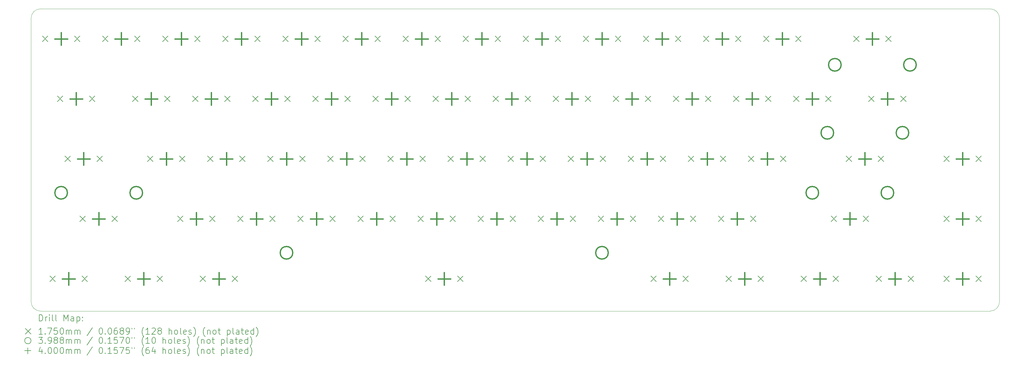
<source format=gbr>
%TF.GenerationSoftware,KiCad,Pcbnew,8.0.0*%
%TF.CreationDate,2025-03-21T19:28:28+07:00*%
%TF.ProjectId,60Keyboard,36304b65-7962-46f6-9172-642e6b696361,rev?*%
%TF.SameCoordinates,Original*%
%TF.FileFunction,Drillmap*%
%TF.FilePolarity,Positive*%
%FSLAX45Y45*%
G04 Gerber Fmt 4.5, Leading zero omitted, Abs format (unit mm)*
G04 Created by KiCad (PCBNEW 8.0.0) date 2025-03-21 19:28:28*
%MOMM*%
%LPD*%
G01*
G04 APERTURE LIST*
%ADD10C,0.050000*%
%ADD11C,0.200000*%
%ADD12C,0.175000*%
%ADD13C,0.398780*%
%ADD14C,0.400000*%
G04 APERTURE END LIST*
D10*
X30700000Y-9300000D02*
X30700000Y-300000D01*
X30400000Y0D02*
G75*
G02*
X30700000Y-300000I0J-300000D01*
G01*
X300000Y-9600000D02*
G75*
G02*
X0Y-9300000I0J300000D01*
G01*
X30700000Y-9300000D02*
G75*
G02*
X30400000Y-9600000I-300000J0D01*
G01*
X30400000Y0D02*
X300000Y0D01*
X300000Y-9600000D02*
X30400000Y-9600000D01*
X0Y-300000D02*
G75*
G02*
X300000Y0I300000J0D01*
G01*
X0Y-300000D02*
X0Y-9300000D01*
D11*
D12*
X357000Y-865000D02*
X532000Y-1040000D01*
X532000Y-865000D02*
X357000Y-1040000D01*
X595125Y-8485000D02*
X770125Y-8660000D01*
X770125Y-8485000D02*
X595125Y-8660000D01*
X833250Y-2770000D02*
X1008250Y-2945000D01*
X1008250Y-2770000D02*
X833250Y-2945000D01*
X1071375Y-4675000D02*
X1246375Y-4850000D01*
X1246375Y-4675000D02*
X1071375Y-4850000D01*
X1373000Y-865000D02*
X1548000Y-1040000D01*
X1548000Y-865000D02*
X1373000Y-1040000D01*
X1547625Y-6580000D02*
X1722625Y-6755000D01*
X1722625Y-6580000D02*
X1547625Y-6755000D01*
X1611125Y-8485000D02*
X1786125Y-8660000D01*
X1786125Y-8485000D02*
X1611125Y-8660000D01*
X1849250Y-2770000D02*
X2024250Y-2945000D01*
X2024250Y-2770000D02*
X1849250Y-2945000D01*
X2087375Y-4675000D02*
X2262375Y-4850000D01*
X2262375Y-4675000D02*
X2087375Y-4850000D01*
X2262000Y-865000D02*
X2437000Y-1040000D01*
X2437000Y-865000D02*
X2262000Y-1040000D01*
X2563625Y-6580000D02*
X2738625Y-6755000D01*
X2738625Y-6580000D02*
X2563625Y-6755000D01*
X2976375Y-8485000D02*
X3151375Y-8660000D01*
X3151375Y-8485000D02*
X2976375Y-8660000D01*
X3214500Y-2770000D02*
X3389500Y-2945000D01*
X3389500Y-2770000D02*
X3214500Y-2945000D01*
X3278000Y-865000D02*
X3453000Y-1040000D01*
X3453000Y-865000D02*
X3278000Y-1040000D01*
X3690750Y-4675000D02*
X3865750Y-4850000D01*
X3865750Y-4675000D02*
X3690750Y-4850000D01*
X3992375Y-8485000D02*
X4167375Y-8660000D01*
X4167375Y-8485000D02*
X3992375Y-8660000D01*
X4167000Y-865000D02*
X4342000Y-1040000D01*
X4342000Y-865000D02*
X4167000Y-1040000D01*
X4230500Y-2770000D02*
X4405500Y-2945000D01*
X4405500Y-2770000D02*
X4230500Y-2945000D01*
X4643250Y-6580000D02*
X4818250Y-6755000D01*
X4818250Y-6580000D02*
X4643250Y-6755000D01*
X4706750Y-4675000D02*
X4881750Y-4850000D01*
X4881750Y-4675000D02*
X4706750Y-4850000D01*
X5119500Y-2770000D02*
X5294500Y-2945000D01*
X5294500Y-2770000D02*
X5119500Y-2945000D01*
X5183000Y-865000D02*
X5358000Y-1040000D01*
X5358000Y-865000D02*
X5183000Y-1040000D01*
X5357625Y-8485000D02*
X5532625Y-8660000D01*
X5532625Y-8485000D02*
X5357625Y-8660000D01*
X5595750Y-4675000D02*
X5770750Y-4850000D01*
X5770750Y-4675000D02*
X5595750Y-4850000D01*
X5659250Y-6580000D02*
X5834250Y-6755000D01*
X5834250Y-6580000D02*
X5659250Y-6755000D01*
X6072000Y-865000D02*
X6247000Y-1040000D01*
X6247000Y-865000D02*
X6072000Y-1040000D01*
X6135500Y-2770000D02*
X6310500Y-2945000D01*
X6310500Y-2770000D02*
X6135500Y-2945000D01*
X6373625Y-8485000D02*
X6548625Y-8660000D01*
X6548625Y-8485000D02*
X6373625Y-8660000D01*
X6548250Y-6580000D02*
X6723250Y-6755000D01*
X6723250Y-6580000D02*
X6548250Y-6755000D01*
X6611750Y-4675000D02*
X6786750Y-4850000D01*
X6786750Y-4675000D02*
X6611750Y-4850000D01*
X7024500Y-2770000D02*
X7199500Y-2945000D01*
X7199500Y-2770000D02*
X7024500Y-2945000D01*
X7088000Y-865000D02*
X7263000Y-1040000D01*
X7263000Y-865000D02*
X7088000Y-1040000D01*
X7500750Y-4675000D02*
X7675750Y-4850000D01*
X7675750Y-4675000D02*
X7500750Y-4850000D01*
X7564250Y-6580000D02*
X7739250Y-6755000D01*
X7739250Y-6580000D02*
X7564250Y-6755000D01*
X7977000Y-865000D02*
X8152000Y-1040000D01*
X8152000Y-865000D02*
X7977000Y-1040000D01*
X8040500Y-2770000D02*
X8215500Y-2945000D01*
X8215500Y-2770000D02*
X8040500Y-2945000D01*
X8453250Y-6580000D02*
X8628250Y-6755000D01*
X8628250Y-6580000D02*
X8453250Y-6755000D01*
X8516750Y-4675000D02*
X8691750Y-4850000D01*
X8691750Y-4675000D02*
X8516750Y-4850000D01*
X8929500Y-2770000D02*
X9104500Y-2945000D01*
X9104500Y-2770000D02*
X8929500Y-2945000D01*
X8993000Y-865000D02*
X9168000Y-1040000D01*
X9168000Y-865000D02*
X8993000Y-1040000D01*
X9405750Y-4675000D02*
X9580750Y-4850000D01*
X9580750Y-4675000D02*
X9405750Y-4850000D01*
X9469250Y-6580000D02*
X9644250Y-6755000D01*
X9644250Y-6580000D02*
X9469250Y-6755000D01*
X9882000Y-865000D02*
X10057000Y-1040000D01*
X10057000Y-865000D02*
X9882000Y-1040000D01*
X9945500Y-2770000D02*
X10120500Y-2945000D01*
X10120500Y-2770000D02*
X9945500Y-2945000D01*
X10358250Y-6580000D02*
X10533250Y-6755000D01*
X10533250Y-6580000D02*
X10358250Y-6755000D01*
X10421750Y-4675000D02*
X10596750Y-4850000D01*
X10596750Y-4675000D02*
X10421750Y-4850000D01*
X10834500Y-2770000D02*
X11009500Y-2945000D01*
X11009500Y-2770000D02*
X10834500Y-2945000D01*
X10898000Y-865000D02*
X11073000Y-1040000D01*
X11073000Y-865000D02*
X10898000Y-1040000D01*
X11310750Y-4675000D02*
X11485750Y-4850000D01*
X11485750Y-4675000D02*
X11310750Y-4850000D01*
X11374250Y-6580000D02*
X11549250Y-6755000D01*
X11549250Y-6580000D02*
X11374250Y-6755000D01*
X11787000Y-865000D02*
X11962000Y-1040000D01*
X11962000Y-865000D02*
X11787000Y-1040000D01*
X11850500Y-2770000D02*
X12025500Y-2945000D01*
X12025500Y-2770000D02*
X11850500Y-2945000D01*
X12263250Y-6580000D02*
X12438250Y-6755000D01*
X12438250Y-6580000D02*
X12263250Y-6755000D01*
X12326750Y-4675000D02*
X12501750Y-4850000D01*
X12501750Y-4675000D02*
X12326750Y-4850000D01*
X12501375Y-8485000D02*
X12676375Y-8660000D01*
X12676375Y-8485000D02*
X12501375Y-8660000D01*
X12739500Y-2770000D02*
X12914500Y-2945000D01*
X12914500Y-2770000D02*
X12739500Y-2945000D01*
X12803000Y-865000D02*
X12978000Y-1040000D01*
X12978000Y-865000D02*
X12803000Y-1040000D01*
X13215750Y-4675000D02*
X13390750Y-4850000D01*
X13390750Y-4675000D02*
X13215750Y-4850000D01*
X13279250Y-6580000D02*
X13454250Y-6755000D01*
X13454250Y-6580000D02*
X13279250Y-6755000D01*
X13517375Y-8485000D02*
X13692375Y-8660000D01*
X13692375Y-8485000D02*
X13517375Y-8660000D01*
X13692000Y-865000D02*
X13867000Y-1040000D01*
X13867000Y-865000D02*
X13692000Y-1040000D01*
X13755500Y-2770000D02*
X13930500Y-2945000D01*
X13930500Y-2770000D02*
X13755500Y-2945000D01*
X14168250Y-6580000D02*
X14343250Y-6755000D01*
X14343250Y-6580000D02*
X14168250Y-6755000D01*
X14231750Y-4675000D02*
X14406750Y-4850000D01*
X14406750Y-4675000D02*
X14231750Y-4850000D01*
X14644500Y-2770000D02*
X14819500Y-2945000D01*
X14819500Y-2770000D02*
X14644500Y-2945000D01*
X14708000Y-865000D02*
X14883000Y-1040000D01*
X14883000Y-865000D02*
X14708000Y-1040000D01*
X15120750Y-4675000D02*
X15295750Y-4850000D01*
X15295750Y-4675000D02*
X15120750Y-4850000D01*
X15184250Y-6580000D02*
X15359250Y-6755000D01*
X15359250Y-6580000D02*
X15184250Y-6755000D01*
X15597000Y-865000D02*
X15772000Y-1040000D01*
X15772000Y-865000D02*
X15597000Y-1040000D01*
X15660500Y-2770000D02*
X15835500Y-2945000D01*
X15835500Y-2770000D02*
X15660500Y-2945000D01*
X16073250Y-6580000D02*
X16248250Y-6755000D01*
X16248250Y-6580000D02*
X16073250Y-6755000D01*
X16136750Y-4675000D02*
X16311750Y-4850000D01*
X16311750Y-4675000D02*
X16136750Y-4850000D01*
X16549500Y-2770000D02*
X16724500Y-2945000D01*
X16724500Y-2770000D02*
X16549500Y-2945000D01*
X16613000Y-865000D02*
X16788000Y-1040000D01*
X16788000Y-865000D02*
X16613000Y-1040000D01*
X17025750Y-4675000D02*
X17200750Y-4850000D01*
X17200750Y-4675000D02*
X17025750Y-4850000D01*
X17089250Y-6580000D02*
X17264250Y-6755000D01*
X17264250Y-6580000D02*
X17089250Y-6755000D01*
X17502000Y-865000D02*
X17677000Y-1040000D01*
X17677000Y-865000D02*
X17502000Y-1040000D01*
X17565500Y-2770000D02*
X17740500Y-2945000D01*
X17740500Y-2770000D02*
X17565500Y-2945000D01*
X17978250Y-6580000D02*
X18153250Y-6755000D01*
X18153250Y-6580000D02*
X17978250Y-6755000D01*
X18041750Y-4675000D02*
X18216750Y-4850000D01*
X18216750Y-4675000D02*
X18041750Y-4850000D01*
X18454500Y-2770000D02*
X18629500Y-2945000D01*
X18629500Y-2770000D02*
X18454500Y-2945000D01*
X18518000Y-865000D02*
X18693000Y-1040000D01*
X18693000Y-865000D02*
X18518000Y-1040000D01*
X18930750Y-4675000D02*
X19105750Y-4850000D01*
X19105750Y-4675000D02*
X18930750Y-4850000D01*
X18994250Y-6580000D02*
X19169250Y-6755000D01*
X19169250Y-6580000D02*
X18994250Y-6755000D01*
X19407000Y-865000D02*
X19582000Y-1040000D01*
X19582000Y-865000D02*
X19407000Y-1040000D01*
X19470500Y-2770000D02*
X19645500Y-2945000D01*
X19645500Y-2770000D02*
X19470500Y-2945000D01*
X19645125Y-8485000D02*
X19820125Y-8660000D01*
X19820125Y-8485000D02*
X19645125Y-8660000D01*
X19883250Y-6580000D02*
X20058250Y-6755000D01*
X20058250Y-6580000D02*
X19883250Y-6755000D01*
X19946750Y-4675000D02*
X20121750Y-4850000D01*
X20121750Y-4675000D02*
X19946750Y-4850000D01*
X20359500Y-2770000D02*
X20534500Y-2945000D01*
X20534500Y-2770000D02*
X20359500Y-2945000D01*
X20423000Y-865000D02*
X20598000Y-1040000D01*
X20598000Y-865000D02*
X20423000Y-1040000D01*
X20661125Y-8485000D02*
X20836125Y-8660000D01*
X20836125Y-8485000D02*
X20661125Y-8660000D01*
X20835750Y-4675000D02*
X21010750Y-4850000D01*
X21010750Y-4675000D02*
X20835750Y-4850000D01*
X20899250Y-6580000D02*
X21074250Y-6755000D01*
X21074250Y-6580000D02*
X20899250Y-6755000D01*
X21312000Y-865000D02*
X21487000Y-1040000D01*
X21487000Y-865000D02*
X21312000Y-1040000D01*
X21375500Y-2770000D02*
X21550500Y-2945000D01*
X21550500Y-2770000D02*
X21375500Y-2945000D01*
X21788250Y-6580000D02*
X21963250Y-6755000D01*
X21963250Y-6580000D02*
X21788250Y-6755000D01*
X21851750Y-4675000D02*
X22026750Y-4850000D01*
X22026750Y-4675000D02*
X21851750Y-4850000D01*
X22026375Y-8485000D02*
X22201375Y-8660000D01*
X22201375Y-8485000D02*
X22026375Y-8660000D01*
X22264500Y-2770000D02*
X22439500Y-2945000D01*
X22439500Y-2770000D02*
X22264500Y-2945000D01*
X22328000Y-865000D02*
X22503000Y-1040000D01*
X22503000Y-865000D02*
X22328000Y-1040000D01*
X22740750Y-4675000D02*
X22915750Y-4850000D01*
X22915750Y-4675000D02*
X22740750Y-4850000D01*
X22804250Y-6580000D02*
X22979250Y-6755000D01*
X22979250Y-6580000D02*
X22804250Y-6755000D01*
X23042375Y-8485000D02*
X23217375Y-8660000D01*
X23217375Y-8485000D02*
X23042375Y-8660000D01*
X23217000Y-865000D02*
X23392000Y-1040000D01*
X23392000Y-865000D02*
X23217000Y-1040000D01*
X23280500Y-2770000D02*
X23455500Y-2945000D01*
X23455500Y-2770000D02*
X23280500Y-2945000D01*
X23756750Y-4675000D02*
X23931750Y-4850000D01*
X23931750Y-4675000D02*
X23756750Y-4850000D01*
X24169500Y-2770000D02*
X24344500Y-2945000D01*
X24344500Y-2770000D02*
X24169500Y-2945000D01*
X24233000Y-865000D02*
X24408000Y-1040000D01*
X24408000Y-865000D02*
X24233000Y-1040000D01*
X24407625Y-8485000D02*
X24582625Y-8660000D01*
X24582625Y-8485000D02*
X24407625Y-8660000D01*
X25185500Y-2770000D02*
X25360500Y-2945000D01*
X25360500Y-2770000D02*
X25185500Y-2945000D01*
X25360125Y-6580000D02*
X25535125Y-6755000D01*
X25535125Y-6580000D02*
X25360125Y-6755000D01*
X25423625Y-8485000D02*
X25598625Y-8660000D01*
X25598625Y-8485000D02*
X25423625Y-8660000D01*
X25836375Y-4675000D02*
X26011375Y-4850000D01*
X26011375Y-4675000D02*
X25836375Y-4850000D01*
X26074500Y-865000D02*
X26249500Y-1040000D01*
X26249500Y-865000D02*
X26074500Y-1040000D01*
X26376125Y-6580000D02*
X26551125Y-6755000D01*
X26551125Y-6580000D02*
X26376125Y-6755000D01*
X26550750Y-2770000D02*
X26725750Y-2945000D01*
X26725750Y-2770000D02*
X26550750Y-2945000D01*
X26788875Y-8485000D02*
X26963875Y-8660000D01*
X26963875Y-8485000D02*
X26788875Y-8660000D01*
X26852375Y-4675000D02*
X27027375Y-4850000D01*
X27027375Y-4675000D02*
X26852375Y-4850000D01*
X27090500Y-865000D02*
X27265500Y-1040000D01*
X27265500Y-865000D02*
X27090500Y-1040000D01*
X27566750Y-2770000D02*
X27741750Y-2945000D01*
X27741750Y-2770000D02*
X27566750Y-2945000D01*
X27804875Y-8485000D02*
X27979875Y-8660000D01*
X27979875Y-8485000D02*
X27804875Y-8660000D01*
X28932000Y-4675000D02*
X29107000Y-4850000D01*
X29107000Y-4675000D02*
X28932000Y-4850000D01*
X28932000Y-6580000D02*
X29107000Y-6755000D01*
X29107000Y-6580000D02*
X28932000Y-6755000D01*
X28932000Y-8485000D02*
X29107000Y-8660000D01*
X29107000Y-8485000D02*
X28932000Y-8660000D01*
X29948000Y-4675000D02*
X30123000Y-4850000D01*
X30123000Y-4675000D02*
X29948000Y-4850000D01*
X29948000Y-6580000D02*
X30123000Y-6755000D01*
X30123000Y-6580000D02*
X29948000Y-6755000D01*
X29948000Y-8485000D02*
X30123000Y-8660000D01*
X30123000Y-8485000D02*
X29948000Y-8660000D01*
D13*
X1151890Y-5842000D02*
G75*
G02*
X753110Y-5842000I-199390J0D01*
G01*
X753110Y-5842000D02*
G75*
G02*
X1151890Y-5842000I199390J0D01*
G01*
X3533140Y-5842000D02*
G75*
G02*
X3134360Y-5842000I-199390J0D01*
G01*
X3134360Y-5842000D02*
G75*
G02*
X3533140Y-5842000I199390J0D01*
G01*
X8295640Y-7747000D02*
G75*
G02*
X7896860Y-7747000I-199390J0D01*
G01*
X7896860Y-7747000D02*
G75*
G02*
X8295640Y-7747000I199390J0D01*
G01*
X18296890Y-7747000D02*
G75*
G02*
X17898110Y-7747000I-199390J0D01*
G01*
X17898110Y-7747000D02*
G75*
G02*
X18296890Y-7747000I199390J0D01*
G01*
X24964390Y-5842000D02*
G75*
G02*
X24565610Y-5842000I-199390J0D01*
G01*
X24565610Y-5842000D02*
G75*
G02*
X24964390Y-5842000I199390J0D01*
G01*
X25440640Y-3937000D02*
G75*
G02*
X25041860Y-3937000I-199390J0D01*
G01*
X25041860Y-3937000D02*
G75*
G02*
X25440640Y-3937000I199390J0D01*
G01*
X25678765Y-1778000D02*
G75*
G02*
X25279985Y-1778000I-199390J0D01*
G01*
X25279985Y-1778000D02*
G75*
G02*
X25678765Y-1778000I199390J0D01*
G01*
X27345640Y-5842000D02*
G75*
G02*
X26946860Y-5842000I-199390J0D01*
G01*
X26946860Y-5842000D02*
G75*
G02*
X27345640Y-5842000I199390J0D01*
G01*
X27821890Y-3937000D02*
G75*
G02*
X27423110Y-3937000I-199390J0D01*
G01*
X27423110Y-3937000D02*
G75*
G02*
X27821890Y-3937000I199390J0D01*
G01*
X28060015Y-1778000D02*
G75*
G02*
X27661235Y-1778000I-199390J0D01*
G01*
X27661235Y-1778000D02*
G75*
G02*
X28060015Y-1778000I199390J0D01*
G01*
D14*
X952500Y-752500D02*
X952500Y-1152500D01*
X752500Y-952500D02*
X1152500Y-952500D01*
X1190625Y-8372500D02*
X1190625Y-8772500D01*
X990625Y-8572500D02*
X1390625Y-8572500D01*
X1428750Y-2657500D02*
X1428750Y-3057500D01*
X1228750Y-2857500D02*
X1628750Y-2857500D01*
X1666875Y-4562500D02*
X1666875Y-4962500D01*
X1466875Y-4762500D02*
X1866875Y-4762500D01*
X2143125Y-6467500D02*
X2143125Y-6867500D01*
X1943125Y-6667500D02*
X2343125Y-6667500D01*
X2857500Y-752500D02*
X2857500Y-1152500D01*
X2657500Y-952500D02*
X3057500Y-952500D01*
X3571875Y-8372500D02*
X3571875Y-8772500D01*
X3371875Y-8572500D02*
X3771875Y-8572500D01*
X3810000Y-2657500D02*
X3810000Y-3057500D01*
X3610000Y-2857500D02*
X4010000Y-2857500D01*
X4286250Y-4562500D02*
X4286250Y-4962500D01*
X4086250Y-4762500D02*
X4486250Y-4762500D01*
X4762500Y-752500D02*
X4762500Y-1152500D01*
X4562500Y-952500D02*
X4962500Y-952500D01*
X5238750Y-6467500D02*
X5238750Y-6867500D01*
X5038750Y-6667500D02*
X5438750Y-6667500D01*
X5715000Y-2657500D02*
X5715000Y-3057500D01*
X5515000Y-2857500D02*
X5915000Y-2857500D01*
X5953125Y-8372500D02*
X5953125Y-8772500D01*
X5753125Y-8572500D02*
X6153125Y-8572500D01*
X6191250Y-4562500D02*
X6191250Y-4962500D01*
X5991250Y-4762500D02*
X6391250Y-4762500D01*
X6667500Y-752500D02*
X6667500Y-1152500D01*
X6467500Y-952500D02*
X6867500Y-952500D01*
X7143750Y-6467500D02*
X7143750Y-6867500D01*
X6943750Y-6667500D02*
X7343750Y-6667500D01*
X7620000Y-2657500D02*
X7620000Y-3057500D01*
X7420000Y-2857500D02*
X7820000Y-2857500D01*
X8096250Y-4562500D02*
X8096250Y-4962500D01*
X7896250Y-4762500D02*
X8296250Y-4762500D01*
X8572500Y-752500D02*
X8572500Y-1152500D01*
X8372500Y-952500D02*
X8772500Y-952500D01*
X9048750Y-6467500D02*
X9048750Y-6867500D01*
X8848750Y-6667500D02*
X9248750Y-6667500D01*
X9525000Y-2657500D02*
X9525000Y-3057500D01*
X9325000Y-2857500D02*
X9725000Y-2857500D01*
X10001250Y-4562500D02*
X10001250Y-4962500D01*
X9801250Y-4762500D02*
X10201250Y-4762500D01*
X10477500Y-752500D02*
X10477500Y-1152500D01*
X10277500Y-952500D02*
X10677500Y-952500D01*
X10953750Y-6467500D02*
X10953750Y-6867500D01*
X10753750Y-6667500D02*
X11153750Y-6667500D01*
X11430000Y-2657500D02*
X11430000Y-3057500D01*
X11230000Y-2857500D02*
X11630000Y-2857500D01*
X11906250Y-4562500D02*
X11906250Y-4962500D01*
X11706250Y-4762500D02*
X12106250Y-4762500D01*
X12382500Y-752500D02*
X12382500Y-1152500D01*
X12182500Y-952500D02*
X12582500Y-952500D01*
X12858750Y-6467500D02*
X12858750Y-6867500D01*
X12658750Y-6667500D02*
X13058750Y-6667500D01*
X13096875Y-8372500D02*
X13096875Y-8772500D01*
X12896875Y-8572500D02*
X13296875Y-8572500D01*
X13335000Y-2657500D02*
X13335000Y-3057500D01*
X13135000Y-2857500D02*
X13535000Y-2857500D01*
X13811250Y-4562500D02*
X13811250Y-4962500D01*
X13611250Y-4762500D02*
X14011250Y-4762500D01*
X14287500Y-752500D02*
X14287500Y-1152500D01*
X14087500Y-952500D02*
X14487500Y-952500D01*
X14763750Y-6467500D02*
X14763750Y-6867500D01*
X14563750Y-6667500D02*
X14963750Y-6667500D01*
X15240000Y-2657500D02*
X15240000Y-3057500D01*
X15040000Y-2857500D02*
X15440000Y-2857500D01*
X15716250Y-4562500D02*
X15716250Y-4962500D01*
X15516250Y-4762500D02*
X15916250Y-4762500D01*
X16192500Y-752500D02*
X16192500Y-1152500D01*
X15992500Y-952500D02*
X16392500Y-952500D01*
X16668750Y-6467500D02*
X16668750Y-6867500D01*
X16468750Y-6667500D02*
X16868750Y-6667500D01*
X17145000Y-2657500D02*
X17145000Y-3057500D01*
X16945000Y-2857500D02*
X17345000Y-2857500D01*
X17621250Y-4562500D02*
X17621250Y-4962500D01*
X17421250Y-4762500D02*
X17821250Y-4762500D01*
X18097500Y-752500D02*
X18097500Y-1152500D01*
X17897500Y-952500D02*
X18297500Y-952500D01*
X18573750Y-6467500D02*
X18573750Y-6867500D01*
X18373750Y-6667500D02*
X18773750Y-6667500D01*
X19050000Y-2657500D02*
X19050000Y-3057500D01*
X18850000Y-2857500D02*
X19250000Y-2857500D01*
X19526250Y-4562500D02*
X19526250Y-4962500D01*
X19326250Y-4762500D02*
X19726250Y-4762500D01*
X20002500Y-752500D02*
X20002500Y-1152500D01*
X19802500Y-952500D02*
X20202500Y-952500D01*
X20240625Y-8372500D02*
X20240625Y-8772500D01*
X20040625Y-8572500D02*
X20440625Y-8572500D01*
X20478750Y-6467500D02*
X20478750Y-6867500D01*
X20278750Y-6667500D02*
X20678750Y-6667500D01*
X20955000Y-2657500D02*
X20955000Y-3057500D01*
X20755000Y-2857500D02*
X21155000Y-2857500D01*
X21431250Y-4562500D02*
X21431250Y-4962500D01*
X21231250Y-4762500D02*
X21631250Y-4762500D01*
X21907500Y-752500D02*
X21907500Y-1152500D01*
X21707500Y-952500D02*
X22107500Y-952500D01*
X22383750Y-6467500D02*
X22383750Y-6867500D01*
X22183750Y-6667500D02*
X22583750Y-6667500D01*
X22621875Y-8372500D02*
X22621875Y-8772500D01*
X22421875Y-8572500D02*
X22821875Y-8572500D01*
X22860000Y-2657500D02*
X22860000Y-3057500D01*
X22660000Y-2857500D02*
X23060000Y-2857500D01*
X23336250Y-4562500D02*
X23336250Y-4962500D01*
X23136250Y-4762500D02*
X23536250Y-4762500D01*
X23812500Y-752500D02*
X23812500Y-1152500D01*
X23612500Y-952500D02*
X24012500Y-952500D01*
X24765000Y-2657500D02*
X24765000Y-3057500D01*
X24565000Y-2857500D02*
X24965000Y-2857500D01*
X25003125Y-8372500D02*
X25003125Y-8772500D01*
X24803125Y-8572500D02*
X25203125Y-8572500D01*
X25955625Y-6467500D02*
X25955625Y-6867500D01*
X25755625Y-6667500D02*
X26155625Y-6667500D01*
X26431875Y-4562500D02*
X26431875Y-4962500D01*
X26231875Y-4762500D02*
X26631875Y-4762500D01*
X26670000Y-752500D02*
X26670000Y-1152500D01*
X26470000Y-952500D02*
X26870000Y-952500D01*
X27146250Y-2657500D02*
X27146250Y-3057500D01*
X26946250Y-2857500D02*
X27346250Y-2857500D01*
X27384375Y-8372500D02*
X27384375Y-8772500D01*
X27184375Y-8572500D02*
X27584375Y-8572500D01*
X29527500Y-4562500D02*
X29527500Y-4962500D01*
X29327500Y-4762500D02*
X29727500Y-4762500D01*
X29527500Y-6467500D02*
X29527500Y-6867500D01*
X29327500Y-6667500D02*
X29727500Y-6667500D01*
X29527500Y-8372500D02*
X29527500Y-8772500D01*
X29327500Y-8572500D02*
X29727500Y-8572500D01*
D11*
X258277Y-9913984D02*
X258277Y-9713984D01*
X258277Y-9713984D02*
X305896Y-9713984D01*
X305896Y-9713984D02*
X334467Y-9723508D01*
X334467Y-9723508D02*
X353515Y-9742555D01*
X353515Y-9742555D02*
X363039Y-9761603D01*
X363039Y-9761603D02*
X372562Y-9799698D01*
X372562Y-9799698D02*
X372562Y-9828270D01*
X372562Y-9828270D02*
X363039Y-9866365D01*
X363039Y-9866365D02*
X353515Y-9885412D01*
X353515Y-9885412D02*
X334467Y-9904460D01*
X334467Y-9904460D02*
X305896Y-9913984D01*
X305896Y-9913984D02*
X258277Y-9913984D01*
X458277Y-9913984D02*
X458277Y-9780650D01*
X458277Y-9818746D02*
X467801Y-9799698D01*
X467801Y-9799698D02*
X477324Y-9790174D01*
X477324Y-9790174D02*
X496372Y-9780650D01*
X496372Y-9780650D02*
X515420Y-9780650D01*
X582086Y-9913984D02*
X582086Y-9780650D01*
X582086Y-9713984D02*
X572563Y-9723508D01*
X572563Y-9723508D02*
X582086Y-9733031D01*
X582086Y-9733031D02*
X591610Y-9723508D01*
X591610Y-9723508D02*
X582086Y-9713984D01*
X582086Y-9713984D02*
X582086Y-9733031D01*
X705896Y-9913984D02*
X686848Y-9904460D01*
X686848Y-9904460D02*
X677324Y-9885412D01*
X677324Y-9885412D02*
X677324Y-9713984D01*
X810658Y-9913984D02*
X791610Y-9904460D01*
X791610Y-9904460D02*
X782086Y-9885412D01*
X782086Y-9885412D02*
X782086Y-9713984D01*
X1039229Y-9913984D02*
X1039229Y-9713984D01*
X1039229Y-9713984D02*
X1105896Y-9856841D01*
X1105896Y-9856841D02*
X1172563Y-9713984D01*
X1172563Y-9713984D02*
X1172563Y-9913984D01*
X1353515Y-9913984D02*
X1353515Y-9809222D01*
X1353515Y-9809222D02*
X1343991Y-9790174D01*
X1343991Y-9790174D02*
X1324944Y-9780650D01*
X1324944Y-9780650D02*
X1286848Y-9780650D01*
X1286848Y-9780650D02*
X1267801Y-9790174D01*
X1353515Y-9904460D02*
X1334467Y-9913984D01*
X1334467Y-9913984D02*
X1286848Y-9913984D01*
X1286848Y-9913984D02*
X1267801Y-9904460D01*
X1267801Y-9904460D02*
X1258277Y-9885412D01*
X1258277Y-9885412D02*
X1258277Y-9866365D01*
X1258277Y-9866365D02*
X1267801Y-9847317D01*
X1267801Y-9847317D02*
X1286848Y-9837793D01*
X1286848Y-9837793D02*
X1334467Y-9837793D01*
X1334467Y-9837793D02*
X1353515Y-9828270D01*
X1448753Y-9780650D02*
X1448753Y-9980650D01*
X1448753Y-9790174D02*
X1467801Y-9780650D01*
X1467801Y-9780650D02*
X1505896Y-9780650D01*
X1505896Y-9780650D02*
X1524943Y-9790174D01*
X1524943Y-9790174D02*
X1534467Y-9799698D01*
X1534467Y-9799698D02*
X1543991Y-9818746D01*
X1543991Y-9818746D02*
X1543991Y-9875889D01*
X1543991Y-9875889D02*
X1534467Y-9894936D01*
X1534467Y-9894936D02*
X1524943Y-9904460D01*
X1524943Y-9904460D02*
X1505896Y-9913984D01*
X1505896Y-9913984D02*
X1467801Y-9913984D01*
X1467801Y-9913984D02*
X1448753Y-9904460D01*
X1629705Y-9894936D02*
X1639229Y-9904460D01*
X1639229Y-9904460D02*
X1629705Y-9913984D01*
X1629705Y-9913984D02*
X1620182Y-9904460D01*
X1620182Y-9904460D02*
X1629705Y-9894936D01*
X1629705Y-9894936D02*
X1629705Y-9913984D01*
X1629705Y-9790174D02*
X1639229Y-9799698D01*
X1639229Y-9799698D02*
X1629705Y-9809222D01*
X1629705Y-9809222D02*
X1620182Y-9799698D01*
X1620182Y-9799698D02*
X1629705Y-9790174D01*
X1629705Y-9790174D02*
X1629705Y-9809222D01*
D12*
X-177500Y-10155000D02*
X-2500Y-10330000D01*
X-2500Y-10155000D02*
X-177500Y-10330000D01*
D11*
X363039Y-10333984D02*
X248753Y-10333984D01*
X305896Y-10333984D02*
X305896Y-10133984D01*
X305896Y-10133984D02*
X286848Y-10162555D01*
X286848Y-10162555D02*
X267801Y-10181603D01*
X267801Y-10181603D02*
X248753Y-10191127D01*
X448753Y-10314936D02*
X458277Y-10324460D01*
X458277Y-10324460D02*
X448753Y-10333984D01*
X448753Y-10333984D02*
X439229Y-10324460D01*
X439229Y-10324460D02*
X448753Y-10314936D01*
X448753Y-10314936D02*
X448753Y-10333984D01*
X524944Y-10133984D02*
X658277Y-10133984D01*
X658277Y-10133984D02*
X572563Y-10333984D01*
X829705Y-10133984D02*
X734467Y-10133984D01*
X734467Y-10133984D02*
X724943Y-10229222D01*
X724943Y-10229222D02*
X734467Y-10219698D01*
X734467Y-10219698D02*
X753515Y-10210174D01*
X753515Y-10210174D02*
X801134Y-10210174D01*
X801134Y-10210174D02*
X820182Y-10219698D01*
X820182Y-10219698D02*
X829705Y-10229222D01*
X829705Y-10229222D02*
X839229Y-10248270D01*
X839229Y-10248270D02*
X839229Y-10295889D01*
X839229Y-10295889D02*
X829705Y-10314936D01*
X829705Y-10314936D02*
X820182Y-10324460D01*
X820182Y-10324460D02*
X801134Y-10333984D01*
X801134Y-10333984D02*
X753515Y-10333984D01*
X753515Y-10333984D02*
X734467Y-10324460D01*
X734467Y-10324460D02*
X724943Y-10314936D01*
X963039Y-10133984D02*
X982086Y-10133984D01*
X982086Y-10133984D02*
X1001134Y-10143508D01*
X1001134Y-10143508D02*
X1010658Y-10153031D01*
X1010658Y-10153031D02*
X1020182Y-10172079D01*
X1020182Y-10172079D02*
X1029705Y-10210174D01*
X1029705Y-10210174D02*
X1029705Y-10257793D01*
X1029705Y-10257793D02*
X1020182Y-10295889D01*
X1020182Y-10295889D02*
X1010658Y-10314936D01*
X1010658Y-10314936D02*
X1001134Y-10324460D01*
X1001134Y-10324460D02*
X982086Y-10333984D01*
X982086Y-10333984D02*
X963039Y-10333984D01*
X963039Y-10333984D02*
X943991Y-10324460D01*
X943991Y-10324460D02*
X934467Y-10314936D01*
X934467Y-10314936D02*
X924943Y-10295889D01*
X924943Y-10295889D02*
X915420Y-10257793D01*
X915420Y-10257793D02*
X915420Y-10210174D01*
X915420Y-10210174D02*
X924943Y-10172079D01*
X924943Y-10172079D02*
X934467Y-10153031D01*
X934467Y-10153031D02*
X943991Y-10143508D01*
X943991Y-10143508D02*
X963039Y-10133984D01*
X1115420Y-10333984D02*
X1115420Y-10200650D01*
X1115420Y-10219698D02*
X1124944Y-10210174D01*
X1124944Y-10210174D02*
X1143991Y-10200650D01*
X1143991Y-10200650D02*
X1172563Y-10200650D01*
X1172563Y-10200650D02*
X1191610Y-10210174D01*
X1191610Y-10210174D02*
X1201134Y-10229222D01*
X1201134Y-10229222D02*
X1201134Y-10333984D01*
X1201134Y-10229222D02*
X1210658Y-10210174D01*
X1210658Y-10210174D02*
X1229705Y-10200650D01*
X1229705Y-10200650D02*
X1258277Y-10200650D01*
X1258277Y-10200650D02*
X1277325Y-10210174D01*
X1277325Y-10210174D02*
X1286848Y-10229222D01*
X1286848Y-10229222D02*
X1286848Y-10333984D01*
X1382086Y-10333984D02*
X1382086Y-10200650D01*
X1382086Y-10219698D02*
X1391610Y-10210174D01*
X1391610Y-10210174D02*
X1410658Y-10200650D01*
X1410658Y-10200650D02*
X1439229Y-10200650D01*
X1439229Y-10200650D02*
X1458277Y-10210174D01*
X1458277Y-10210174D02*
X1467801Y-10229222D01*
X1467801Y-10229222D02*
X1467801Y-10333984D01*
X1467801Y-10229222D02*
X1477324Y-10210174D01*
X1477324Y-10210174D02*
X1496372Y-10200650D01*
X1496372Y-10200650D02*
X1524943Y-10200650D01*
X1524943Y-10200650D02*
X1543991Y-10210174D01*
X1543991Y-10210174D02*
X1553515Y-10229222D01*
X1553515Y-10229222D02*
X1553515Y-10333984D01*
X1943991Y-10124460D02*
X1772563Y-10381603D01*
X2201134Y-10133984D02*
X2220182Y-10133984D01*
X2220182Y-10133984D02*
X2239229Y-10143508D01*
X2239229Y-10143508D02*
X2248753Y-10153031D01*
X2248753Y-10153031D02*
X2258277Y-10172079D01*
X2258277Y-10172079D02*
X2267801Y-10210174D01*
X2267801Y-10210174D02*
X2267801Y-10257793D01*
X2267801Y-10257793D02*
X2258277Y-10295889D01*
X2258277Y-10295889D02*
X2248753Y-10314936D01*
X2248753Y-10314936D02*
X2239229Y-10324460D01*
X2239229Y-10324460D02*
X2220182Y-10333984D01*
X2220182Y-10333984D02*
X2201134Y-10333984D01*
X2201134Y-10333984D02*
X2182087Y-10324460D01*
X2182087Y-10324460D02*
X2172563Y-10314936D01*
X2172563Y-10314936D02*
X2163039Y-10295889D01*
X2163039Y-10295889D02*
X2153515Y-10257793D01*
X2153515Y-10257793D02*
X2153515Y-10210174D01*
X2153515Y-10210174D02*
X2163039Y-10172079D01*
X2163039Y-10172079D02*
X2172563Y-10153031D01*
X2172563Y-10153031D02*
X2182087Y-10143508D01*
X2182087Y-10143508D02*
X2201134Y-10133984D01*
X2353515Y-10314936D02*
X2363039Y-10324460D01*
X2363039Y-10324460D02*
X2353515Y-10333984D01*
X2353515Y-10333984D02*
X2343991Y-10324460D01*
X2343991Y-10324460D02*
X2353515Y-10314936D01*
X2353515Y-10314936D02*
X2353515Y-10333984D01*
X2486848Y-10133984D02*
X2505896Y-10133984D01*
X2505896Y-10133984D02*
X2524944Y-10143508D01*
X2524944Y-10143508D02*
X2534468Y-10153031D01*
X2534468Y-10153031D02*
X2543991Y-10172079D01*
X2543991Y-10172079D02*
X2553515Y-10210174D01*
X2553515Y-10210174D02*
X2553515Y-10257793D01*
X2553515Y-10257793D02*
X2543991Y-10295889D01*
X2543991Y-10295889D02*
X2534468Y-10314936D01*
X2534468Y-10314936D02*
X2524944Y-10324460D01*
X2524944Y-10324460D02*
X2505896Y-10333984D01*
X2505896Y-10333984D02*
X2486848Y-10333984D01*
X2486848Y-10333984D02*
X2467801Y-10324460D01*
X2467801Y-10324460D02*
X2458277Y-10314936D01*
X2458277Y-10314936D02*
X2448753Y-10295889D01*
X2448753Y-10295889D02*
X2439229Y-10257793D01*
X2439229Y-10257793D02*
X2439229Y-10210174D01*
X2439229Y-10210174D02*
X2448753Y-10172079D01*
X2448753Y-10172079D02*
X2458277Y-10153031D01*
X2458277Y-10153031D02*
X2467801Y-10143508D01*
X2467801Y-10143508D02*
X2486848Y-10133984D01*
X2724944Y-10133984D02*
X2686848Y-10133984D01*
X2686848Y-10133984D02*
X2667801Y-10143508D01*
X2667801Y-10143508D02*
X2658277Y-10153031D01*
X2658277Y-10153031D02*
X2639229Y-10181603D01*
X2639229Y-10181603D02*
X2629706Y-10219698D01*
X2629706Y-10219698D02*
X2629706Y-10295889D01*
X2629706Y-10295889D02*
X2639229Y-10314936D01*
X2639229Y-10314936D02*
X2648753Y-10324460D01*
X2648753Y-10324460D02*
X2667801Y-10333984D01*
X2667801Y-10333984D02*
X2705896Y-10333984D01*
X2705896Y-10333984D02*
X2724944Y-10324460D01*
X2724944Y-10324460D02*
X2734468Y-10314936D01*
X2734468Y-10314936D02*
X2743991Y-10295889D01*
X2743991Y-10295889D02*
X2743991Y-10248270D01*
X2743991Y-10248270D02*
X2734468Y-10229222D01*
X2734468Y-10229222D02*
X2724944Y-10219698D01*
X2724944Y-10219698D02*
X2705896Y-10210174D01*
X2705896Y-10210174D02*
X2667801Y-10210174D01*
X2667801Y-10210174D02*
X2648753Y-10219698D01*
X2648753Y-10219698D02*
X2639229Y-10229222D01*
X2639229Y-10229222D02*
X2629706Y-10248270D01*
X2858277Y-10219698D02*
X2839229Y-10210174D01*
X2839229Y-10210174D02*
X2829706Y-10200650D01*
X2829706Y-10200650D02*
X2820182Y-10181603D01*
X2820182Y-10181603D02*
X2820182Y-10172079D01*
X2820182Y-10172079D02*
X2829706Y-10153031D01*
X2829706Y-10153031D02*
X2839229Y-10143508D01*
X2839229Y-10143508D02*
X2858277Y-10133984D01*
X2858277Y-10133984D02*
X2896372Y-10133984D01*
X2896372Y-10133984D02*
X2915420Y-10143508D01*
X2915420Y-10143508D02*
X2924944Y-10153031D01*
X2924944Y-10153031D02*
X2934467Y-10172079D01*
X2934467Y-10172079D02*
X2934467Y-10181603D01*
X2934467Y-10181603D02*
X2924944Y-10200650D01*
X2924944Y-10200650D02*
X2915420Y-10210174D01*
X2915420Y-10210174D02*
X2896372Y-10219698D01*
X2896372Y-10219698D02*
X2858277Y-10219698D01*
X2858277Y-10219698D02*
X2839229Y-10229222D01*
X2839229Y-10229222D02*
X2829706Y-10238746D01*
X2829706Y-10238746D02*
X2820182Y-10257793D01*
X2820182Y-10257793D02*
X2820182Y-10295889D01*
X2820182Y-10295889D02*
X2829706Y-10314936D01*
X2829706Y-10314936D02*
X2839229Y-10324460D01*
X2839229Y-10324460D02*
X2858277Y-10333984D01*
X2858277Y-10333984D02*
X2896372Y-10333984D01*
X2896372Y-10333984D02*
X2915420Y-10324460D01*
X2915420Y-10324460D02*
X2924944Y-10314936D01*
X2924944Y-10314936D02*
X2934467Y-10295889D01*
X2934467Y-10295889D02*
X2934467Y-10257793D01*
X2934467Y-10257793D02*
X2924944Y-10238746D01*
X2924944Y-10238746D02*
X2915420Y-10229222D01*
X2915420Y-10229222D02*
X2896372Y-10219698D01*
X3029706Y-10333984D02*
X3067801Y-10333984D01*
X3067801Y-10333984D02*
X3086848Y-10324460D01*
X3086848Y-10324460D02*
X3096372Y-10314936D01*
X3096372Y-10314936D02*
X3115420Y-10286365D01*
X3115420Y-10286365D02*
X3124944Y-10248270D01*
X3124944Y-10248270D02*
X3124944Y-10172079D01*
X3124944Y-10172079D02*
X3115420Y-10153031D01*
X3115420Y-10153031D02*
X3105896Y-10143508D01*
X3105896Y-10143508D02*
X3086848Y-10133984D01*
X3086848Y-10133984D02*
X3048753Y-10133984D01*
X3048753Y-10133984D02*
X3029706Y-10143508D01*
X3029706Y-10143508D02*
X3020182Y-10153031D01*
X3020182Y-10153031D02*
X3010658Y-10172079D01*
X3010658Y-10172079D02*
X3010658Y-10219698D01*
X3010658Y-10219698D02*
X3020182Y-10238746D01*
X3020182Y-10238746D02*
X3029706Y-10248270D01*
X3029706Y-10248270D02*
X3048753Y-10257793D01*
X3048753Y-10257793D02*
X3086848Y-10257793D01*
X3086848Y-10257793D02*
X3105896Y-10248270D01*
X3105896Y-10248270D02*
X3115420Y-10238746D01*
X3115420Y-10238746D02*
X3124944Y-10219698D01*
X3201134Y-10133984D02*
X3201134Y-10172079D01*
X3277325Y-10133984D02*
X3277325Y-10172079D01*
X3572563Y-10410174D02*
X3563039Y-10400650D01*
X3563039Y-10400650D02*
X3543991Y-10372079D01*
X3543991Y-10372079D02*
X3534468Y-10353031D01*
X3534468Y-10353031D02*
X3524944Y-10324460D01*
X3524944Y-10324460D02*
X3515420Y-10276841D01*
X3515420Y-10276841D02*
X3515420Y-10238746D01*
X3515420Y-10238746D02*
X3524944Y-10191127D01*
X3524944Y-10191127D02*
X3534468Y-10162555D01*
X3534468Y-10162555D02*
X3543991Y-10143508D01*
X3543991Y-10143508D02*
X3563039Y-10114936D01*
X3563039Y-10114936D02*
X3572563Y-10105412D01*
X3753515Y-10333984D02*
X3639229Y-10333984D01*
X3696372Y-10333984D02*
X3696372Y-10133984D01*
X3696372Y-10133984D02*
X3677325Y-10162555D01*
X3677325Y-10162555D02*
X3658277Y-10181603D01*
X3658277Y-10181603D02*
X3639229Y-10191127D01*
X3829706Y-10153031D02*
X3839229Y-10143508D01*
X3839229Y-10143508D02*
X3858277Y-10133984D01*
X3858277Y-10133984D02*
X3905896Y-10133984D01*
X3905896Y-10133984D02*
X3924944Y-10143508D01*
X3924944Y-10143508D02*
X3934468Y-10153031D01*
X3934468Y-10153031D02*
X3943991Y-10172079D01*
X3943991Y-10172079D02*
X3943991Y-10191127D01*
X3943991Y-10191127D02*
X3934468Y-10219698D01*
X3934468Y-10219698D02*
X3820182Y-10333984D01*
X3820182Y-10333984D02*
X3943991Y-10333984D01*
X4058277Y-10219698D02*
X4039229Y-10210174D01*
X4039229Y-10210174D02*
X4029706Y-10200650D01*
X4029706Y-10200650D02*
X4020182Y-10181603D01*
X4020182Y-10181603D02*
X4020182Y-10172079D01*
X4020182Y-10172079D02*
X4029706Y-10153031D01*
X4029706Y-10153031D02*
X4039229Y-10143508D01*
X4039229Y-10143508D02*
X4058277Y-10133984D01*
X4058277Y-10133984D02*
X4096372Y-10133984D01*
X4096372Y-10133984D02*
X4115420Y-10143508D01*
X4115420Y-10143508D02*
X4124944Y-10153031D01*
X4124944Y-10153031D02*
X4134468Y-10172079D01*
X4134468Y-10172079D02*
X4134468Y-10181603D01*
X4134468Y-10181603D02*
X4124944Y-10200650D01*
X4124944Y-10200650D02*
X4115420Y-10210174D01*
X4115420Y-10210174D02*
X4096372Y-10219698D01*
X4096372Y-10219698D02*
X4058277Y-10219698D01*
X4058277Y-10219698D02*
X4039229Y-10229222D01*
X4039229Y-10229222D02*
X4029706Y-10238746D01*
X4029706Y-10238746D02*
X4020182Y-10257793D01*
X4020182Y-10257793D02*
X4020182Y-10295889D01*
X4020182Y-10295889D02*
X4029706Y-10314936D01*
X4029706Y-10314936D02*
X4039229Y-10324460D01*
X4039229Y-10324460D02*
X4058277Y-10333984D01*
X4058277Y-10333984D02*
X4096372Y-10333984D01*
X4096372Y-10333984D02*
X4115420Y-10324460D01*
X4115420Y-10324460D02*
X4124944Y-10314936D01*
X4124944Y-10314936D02*
X4134468Y-10295889D01*
X4134468Y-10295889D02*
X4134468Y-10257793D01*
X4134468Y-10257793D02*
X4124944Y-10238746D01*
X4124944Y-10238746D02*
X4115420Y-10229222D01*
X4115420Y-10229222D02*
X4096372Y-10219698D01*
X4372563Y-10333984D02*
X4372563Y-10133984D01*
X4458277Y-10333984D02*
X4458277Y-10229222D01*
X4458277Y-10229222D02*
X4448753Y-10210174D01*
X4448753Y-10210174D02*
X4429706Y-10200650D01*
X4429706Y-10200650D02*
X4401134Y-10200650D01*
X4401134Y-10200650D02*
X4382087Y-10210174D01*
X4382087Y-10210174D02*
X4372563Y-10219698D01*
X4582087Y-10333984D02*
X4563039Y-10324460D01*
X4563039Y-10324460D02*
X4553515Y-10314936D01*
X4553515Y-10314936D02*
X4543992Y-10295889D01*
X4543992Y-10295889D02*
X4543992Y-10238746D01*
X4543992Y-10238746D02*
X4553515Y-10219698D01*
X4553515Y-10219698D02*
X4563039Y-10210174D01*
X4563039Y-10210174D02*
X4582087Y-10200650D01*
X4582087Y-10200650D02*
X4610658Y-10200650D01*
X4610658Y-10200650D02*
X4629706Y-10210174D01*
X4629706Y-10210174D02*
X4639230Y-10219698D01*
X4639230Y-10219698D02*
X4648753Y-10238746D01*
X4648753Y-10238746D02*
X4648753Y-10295889D01*
X4648753Y-10295889D02*
X4639230Y-10314936D01*
X4639230Y-10314936D02*
X4629706Y-10324460D01*
X4629706Y-10324460D02*
X4610658Y-10333984D01*
X4610658Y-10333984D02*
X4582087Y-10333984D01*
X4763039Y-10333984D02*
X4743992Y-10324460D01*
X4743992Y-10324460D02*
X4734468Y-10305412D01*
X4734468Y-10305412D02*
X4734468Y-10133984D01*
X4915420Y-10324460D02*
X4896373Y-10333984D01*
X4896373Y-10333984D02*
X4858277Y-10333984D01*
X4858277Y-10333984D02*
X4839230Y-10324460D01*
X4839230Y-10324460D02*
X4829706Y-10305412D01*
X4829706Y-10305412D02*
X4829706Y-10229222D01*
X4829706Y-10229222D02*
X4839230Y-10210174D01*
X4839230Y-10210174D02*
X4858277Y-10200650D01*
X4858277Y-10200650D02*
X4896373Y-10200650D01*
X4896373Y-10200650D02*
X4915420Y-10210174D01*
X4915420Y-10210174D02*
X4924944Y-10229222D01*
X4924944Y-10229222D02*
X4924944Y-10248270D01*
X4924944Y-10248270D02*
X4829706Y-10267317D01*
X5001134Y-10324460D02*
X5020182Y-10333984D01*
X5020182Y-10333984D02*
X5058277Y-10333984D01*
X5058277Y-10333984D02*
X5077325Y-10324460D01*
X5077325Y-10324460D02*
X5086849Y-10305412D01*
X5086849Y-10305412D02*
X5086849Y-10295889D01*
X5086849Y-10295889D02*
X5077325Y-10276841D01*
X5077325Y-10276841D02*
X5058277Y-10267317D01*
X5058277Y-10267317D02*
X5029706Y-10267317D01*
X5029706Y-10267317D02*
X5010658Y-10257793D01*
X5010658Y-10257793D02*
X5001134Y-10238746D01*
X5001134Y-10238746D02*
X5001134Y-10229222D01*
X5001134Y-10229222D02*
X5010658Y-10210174D01*
X5010658Y-10210174D02*
X5029706Y-10200650D01*
X5029706Y-10200650D02*
X5058277Y-10200650D01*
X5058277Y-10200650D02*
X5077325Y-10210174D01*
X5153515Y-10410174D02*
X5163039Y-10400650D01*
X5163039Y-10400650D02*
X5182087Y-10372079D01*
X5182087Y-10372079D02*
X5191611Y-10353031D01*
X5191611Y-10353031D02*
X5201134Y-10324460D01*
X5201134Y-10324460D02*
X5210658Y-10276841D01*
X5210658Y-10276841D02*
X5210658Y-10238746D01*
X5210658Y-10238746D02*
X5201134Y-10191127D01*
X5201134Y-10191127D02*
X5191611Y-10162555D01*
X5191611Y-10162555D02*
X5182087Y-10143508D01*
X5182087Y-10143508D02*
X5163039Y-10114936D01*
X5163039Y-10114936D02*
X5153515Y-10105412D01*
X5515420Y-10410174D02*
X5505896Y-10400650D01*
X5505896Y-10400650D02*
X5486849Y-10372079D01*
X5486849Y-10372079D02*
X5477325Y-10353031D01*
X5477325Y-10353031D02*
X5467801Y-10324460D01*
X5467801Y-10324460D02*
X5458277Y-10276841D01*
X5458277Y-10276841D02*
X5458277Y-10238746D01*
X5458277Y-10238746D02*
X5467801Y-10191127D01*
X5467801Y-10191127D02*
X5477325Y-10162555D01*
X5477325Y-10162555D02*
X5486849Y-10143508D01*
X5486849Y-10143508D02*
X5505896Y-10114936D01*
X5505896Y-10114936D02*
X5515420Y-10105412D01*
X5591611Y-10200650D02*
X5591611Y-10333984D01*
X5591611Y-10219698D02*
X5601134Y-10210174D01*
X5601134Y-10210174D02*
X5620182Y-10200650D01*
X5620182Y-10200650D02*
X5648753Y-10200650D01*
X5648753Y-10200650D02*
X5667801Y-10210174D01*
X5667801Y-10210174D02*
X5677325Y-10229222D01*
X5677325Y-10229222D02*
X5677325Y-10333984D01*
X5801134Y-10333984D02*
X5782087Y-10324460D01*
X5782087Y-10324460D02*
X5772563Y-10314936D01*
X5772563Y-10314936D02*
X5763039Y-10295889D01*
X5763039Y-10295889D02*
X5763039Y-10238746D01*
X5763039Y-10238746D02*
X5772563Y-10219698D01*
X5772563Y-10219698D02*
X5782087Y-10210174D01*
X5782087Y-10210174D02*
X5801134Y-10200650D01*
X5801134Y-10200650D02*
X5829706Y-10200650D01*
X5829706Y-10200650D02*
X5848753Y-10210174D01*
X5848753Y-10210174D02*
X5858277Y-10219698D01*
X5858277Y-10219698D02*
X5867801Y-10238746D01*
X5867801Y-10238746D02*
X5867801Y-10295889D01*
X5867801Y-10295889D02*
X5858277Y-10314936D01*
X5858277Y-10314936D02*
X5848753Y-10324460D01*
X5848753Y-10324460D02*
X5829706Y-10333984D01*
X5829706Y-10333984D02*
X5801134Y-10333984D01*
X5924944Y-10200650D02*
X6001134Y-10200650D01*
X5953515Y-10133984D02*
X5953515Y-10305412D01*
X5953515Y-10305412D02*
X5963039Y-10324460D01*
X5963039Y-10324460D02*
X5982087Y-10333984D01*
X5982087Y-10333984D02*
X6001134Y-10333984D01*
X6220182Y-10200650D02*
X6220182Y-10400650D01*
X6220182Y-10210174D02*
X6239230Y-10200650D01*
X6239230Y-10200650D02*
X6277325Y-10200650D01*
X6277325Y-10200650D02*
X6296373Y-10210174D01*
X6296373Y-10210174D02*
X6305896Y-10219698D01*
X6305896Y-10219698D02*
X6315420Y-10238746D01*
X6315420Y-10238746D02*
X6315420Y-10295889D01*
X6315420Y-10295889D02*
X6305896Y-10314936D01*
X6305896Y-10314936D02*
X6296373Y-10324460D01*
X6296373Y-10324460D02*
X6277325Y-10333984D01*
X6277325Y-10333984D02*
X6239230Y-10333984D01*
X6239230Y-10333984D02*
X6220182Y-10324460D01*
X6429706Y-10333984D02*
X6410658Y-10324460D01*
X6410658Y-10324460D02*
X6401134Y-10305412D01*
X6401134Y-10305412D02*
X6401134Y-10133984D01*
X6591611Y-10333984D02*
X6591611Y-10229222D01*
X6591611Y-10229222D02*
X6582087Y-10210174D01*
X6582087Y-10210174D02*
X6563039Y-10200650D01*
X6563039Y-10200650D02*
X6524944Y-10200650D01*
X6524944Y-10200650D02*
X6505896Y-10210174D01*
X6591611Y-10324460D02*
X6572563Y-10333984D01*
X6572563Y-10333984D02*
X6524944Y-10333984D01*
X6524944Y-10333984D02*
X6505896Y-10324460D01*
X6505896Y-10324460D02*
X6496373Y-10305412D01*
X6496373Y-10305412D02*
X6496373Y-10286365D01*
X6496373Y-10286365D02*
X6505896Y-10267317D01*
X6505896Y-10267317D02*
X6524944Y-10257793D01*
X6524944Y-10257793D02*
X6572563Y-10257793D01*
X6572563Y-10257793D02*
X6591611Y-10248270D01*
X6658277Y-10200650D02*
X6734468Y-10200650D01*
X6686849Y-10133984D02*
X6686849Y-10305412D01*
X6686849Y-10305412D02*
X6696373Y-10324460D01*
X6696373Y-10324460D02*
X6715420Y-10333984D01*
X6715420Y-10333984D02*
X6734468Y-10333984D01*
X6877325Y-10324460D02*
X6858277Y-10333984D01*
X6858277Y-10333984D02*
X6820182Y-10333984D01*
X6820182Y-10333984D02*
X6801134Y-10324460D01*
X6801134Y-10324460D02*
X6791611Y-10305412D01*
X6791611Y-10305412D02*
X6791611Y-10229222D01*
X6791611Y-10229222D02*
X6801134Y-10210174D01*
X6801134Y-10210174D02*
X6820182Y-10200650D01*
X6820182Y-10200650D02*
X6858277Y-10200650D01*
X6858277Y-10200650D02*
X6877325Y-10210174D01*
X6877325Y-10210174D02*
X6886849Y-10229222D01*
X6886849Y-10229222D02*
X6886849Y-10248270D01*
X6886849Y-10248270D02*
X6791611Y-10267317D01*
X7058277Y-10333984D02*
X7058277Y-10133984D01*
X7058277Y-10324460D02*
X7039230Y-10333984D01*
X7039230Y-10333984D02*
X7001134Y-10333984D01*
X7001134Y-10333984D02*
X6982087Y-10324460D01*
X6982087Y-10324460D02*
X6972563Y-10314936D01*
X6972563Y-10314936D02*
X6963039Y-10295889D01*
X6963039Y-10295889D02*
X6963039Y-10238746D01*
X6963039Y-10238746D02*
X6972563Y-10219698D01*
X6972563Y-10219698D02*
X6982087Y-10210174D01*
X6982087Y-10210174D02*
X7001134Y-10200650D01*
X7001134Y-10200650D02*
X7039230Y-10200650D01*
X7039230Y-10200650D02*
X7058277Y-10210174D01*
X7134468Y-10410174D02*
X7143992Y-10400650D01*
X7143992Y-10400650D02*
X7163039Y-10372079D01*
X7163039Y-10372079D02*
X7172563Y-10353031D01*
X7172563Y-10353031D02*
X7182087Y-10324460D01*
X7182087Y-10324460D02*
X7191611Y-10276841D01*
X7191611Y-10276841D02*
X7191611Y-10238746D01*
X7191611Y-10238746D02*
X7182087Y-10191127D01*
X7182087Y-10191127D02*
X7172563Y-10162555D01*
X7172563Y-10162555D02*
X7163039Y-10143508D01*
X7163039Y-10143508D02*
X7143992Y-10114936D01*
X7143992Y-10114936D02*
X7134468Y-10105412D01*
X-2500Y-10537500D02*
G75*
G02*
X-202500Y-10537500I-100000J0D01*
G01*
X-202500Y-10537500D02*
G75*
G02*
X-2500Y-10537500I100000J0D01*
G01*
X239229Y-10428984D02*
X363039Y-10428984D01*
X363039Y-10428984D02*
X296372Y-10505174D01*
X296372Y-10505174D02*
X324944Y-10505174D01*
X324944Y-10505174D02*
X343991Y-10514698D01*
X343991Y-10514698D02*
X353515Y-10524222D01*
X353515Y-10524222D02*
X363039Y-10543270D01*
X363039Y-10543270D02*
X363039Y-10590889D01*
X363039Y-10590889D02*
X353515Y-10609936D01*
X353515Y-10609936D02*
X343991Y-10619460D01*
X343991Y-10619460D02*
X324944Y-10628984D01*
X324944Y-10628984D02*
X267801Y-10628984D01*
X267801Y-10628984D02*
X248753Y-10619460D01*
X248753Y-10619460D02*
X239229Y-10609936D01*
X448753Y-10609936D02*
X458277Y-10619460D01*
X458277Y-10619460D02*
X448753Y-10628984D01*
X448753Y-10628984D02*
X439229Y-10619460D01*
X439229Y-10619460D02*
X448753Y-10609936D01*
X448753Y-10609936D02*
X448753Y-10628984D01*
X553515Y-10628984D02*
X591610Y-10628984D01*
X591610Y-10628984D02*
X610658Y-10619460D01*
X610658Y-10619460D02*
X620182Y-10609936D01*
X620182Y-10609936D02*
X639229Y-10581365D01*
X639229Y-10581365D02*
X648753Y-10543270D01*
X648753Y-10543270D02*
X648753Y-10467079D01*
X648753Y-10467079D02*
X639229Y-10448031D01*
X639229Y-10448031D02*
X629705Y-10438508D01*
X629705Y-10438508D02*
X610658Y-10428984D01*
X610658Y-10428984D02*
X572563Y-10428984D01*
X572563Y-10428984D02*
X553515Y-10438508D01*
X553515Y-10438508D02*
X543991Y-10448031D01*
X543991Y-10448031D02*
X534467Y-10467079D01*
X534467Y-10467079D02*
X534467Y-10514698D01*
X534467Y-10514698D02*
X543991Y-10533746D01*
X543991Y-10533746D02*
X553515Y-10543270D01*
X553515Y-10543270D02*
X572563Y-10552793D01*
X572563Y-10552793D02*
X610658Y-10552793D01*
X610658Y-10552793D02*
X629705Y-10543270D01*
X629705Y-10543270D02*
X639229Y-10533746D01*
X639229Y-10533746D02*
X648753Y-10514698D01*
X763039Y-10514698D02*
X743991Y-10505174D01*
X743991Y-10505174D02*
X734467Y-10495650D01*
X734467Y-10495650D02*
X724943Y-10476603D01*
X724943Y-10476603D02*
X724943Y-10467079D01*
X724943Y-10467079D02*
X734467Y-10448031D01*
X734467Y-10448031D02*
X743991Y-10438508D01*
X743991Y-10438508D02*
X763039Y-10428984D01*
X763039Y-10428984D02*
X801134Y-10428984D01*
X801134Y-10428984D02*
X820182Y-10438508D01*
X820182Y-10438508D02*
X829705Y-10448031D01*
X829705Y-10448031D02*
X839229Y-10467079D01*
X839229Y-10467079D02*
X839229Y-10476603D01*
X839229Y-10476603D02*
X829705Y-10495650D01*
X829705Y-10495650D02*
X820182Y-10505174D01*
X820182Y-10505174D02*
X801134Y-10514698D01*
X801134Y-10514698D02*
X763039Y-10514698D01*
X763039Y-10514698D02*
X743991Y-10524222D01*
X743991Y-10524222D02*
X734467Y-10533746D01*
X734467Y-10533746D02*
X724943Y-10552793D01*
X724943Y-10552793D02*
X724943Y-10590889D01*
X724943Y-10590889D02*
X734467Y-10609936D01*
X734467Y-10609936D02*
X743991Y-10619460D01*
X743991Y-10619460D02*
X763039Y-10628984D01*
X763039Y-10628984D02*
X801134Y-10628984D01*
X801134Y-10628984D02*
X820182Y-10619460D01*
X820182Y-10619460D02*
X829705Y-10609936D01*
X829705Y-10609936D02*
X839229Y-10590889D01*
X839229Y-10590889D02*
X839229Y-10552793D01*
X839229Y-10552793D02*
X829705Y-10533746D01*
X829705Y-10533746D02*
X820182Y-10524222D01*
X820182Y-10524222D02*
X801134Y-10514698D01*
X953515Y-10514698D02*
X934467Y-10505174D01*
X934467Y-10505174D02*
X924943Y-10495650D01*
X924943Y-10495650D02*
X915420Y-10476603D01*
X915420Y-10476603D02*
X915420Y-10467079D01*
X915420Y-10467079D02*
X924943Y-10448031D01*
X924943Y-10448031D02*
X934467Y-10438508D01*
X934467Y-10438508D02*
X953515Y-10428984D01*
X953515Y-10428984D02*
X991610Y-10428984D01*
X991610Y-10428984D02*
X1010658Y-10438508D01*
X1010658Y-10438508D02*
X1020182Y-10448031D01*
X1020182Y-10448031D02*
X1029705Y-10467079D01*
X1029705Y-10467079D02*
X1029705Y-10476603D01*
X1029705Y-10476603D02*
X1020182Y-10495650D01*
X1020182Y-10495650D02*
X1010658Y-10505174D01*
X1010658Y-10505174D02*
X991610Y-10514698D01*
X991610Y-10514698D02*
X953515Y-10514698D01*
X953515Y-10514698D02*
X934467Y-10524222D01*
X934467Y-10524222D02*
X924943Y-10533746D01*
X924943Y-10533746D02*
X915420Y-10552793D01*
X915420Y-10552793D02*
X915420Y-10590889D01*
X915420Y-10590889D02*
X924943Y-10609936D01*
X924943Y-10609936D02*
X934467Y-10619460D01*
X934467Y-10619460D02*
X953515Y-10628984D01*
X953515Y-10628984D02*
X991610Y-10628984D01*
X991610Y-10628984D02*
X1010658Y-10619460D01*
X1010658Y-10619460D02*
X1020182Y-10609936D01*
X1020182Y-10609936D02*
X1029705Y-10590889D01*
X1029705Y-10590889D02*
X1029705Y-10552793D01*
X1029705Y-10552793D02*
X1020182Y-10533746D01*
X1020182Y-10533746D02*
X1010658Y-10524222D01*
X1010658Y-10524222D02*
X991610Y-10514698D01*
X1115420Y-10628984D02*
X1115420Y-10495650D01*
X1115420Y-10514698D02*
X1124944Y-10505174D01*
X1124944Y-10505174D02*
X1143991Y-10495650D01*
X1143991Y-10495650D02*
X1172563Y-10495650D01*
X1172563Y-10495650D02*
X1191610Y-10505174D01*
X1191610Y-10505174D02*
X1201134Y-10524222D01*
X1201134Y-10524222D02*
X1201134Y-10628984D01*
X1201134Y-10524222D02*
X1210658Y-10505174D01*
X1210658Y-10505174D02*
X1229705Y-10495650D01*
X1229705Y-10495650D02*
X1258277Y-10495650D01*
X1258277Y-10495650D02*
X1277325Y-10505174D01*
X1277325Y-10505174D02*
X1286848Y-10524222D01*
X1286848Y-10524222D02*
X1286848Y-10628984D01*
X1382086Y-10628984D02*
X1382086Y-10495650D01*
X1382086Y-10514698D02*
X1391610Y-10505174D01*
X1391610Y-10505174D02*
X1410658Y-10495650D01*
X1410658Y-10495650D02*
X1439229Y-10495650D01*
X1439229Y-10495650D02*
X1458277Y-10505174D01*
X1458277Y-10505174D02*
X1467801Y-10524222D01*
X1467801Y-10524222D02*
X1467801Y-10628984D01*
X1467801Y-10524222D02*
X1477324Y-10505174D01*
X1477324Y-10505174D02*
X1496372Y-10495650D01*
X1496372Y-10495650D02*
X1524943Y-10495650D01*
X1524943Y-10495650D02*
X1543991Y-10505174D01*
X1543991Y-10505174D02*
X1553515Y-10524222D01*
X1553515Y-10524222D02*
X1553515Y-10628984D01*
X1943991Y-10419460D02*
X1772563Y-10676603D01*
X2201134Y-10428984D02*
X2220182Y-10428984D01*
X2220182Y-10428984D02*
X2239229Y-10438508D01*
X2239229Y-10438508D02*
X2248753Y-10448031D01*
X2248753Y-10448031D02*
X2258277Y-10467079D01*
X2258277Y-10467079D02*
X2267801Y-10505174D01*
X2267801Y-10505174D02*
X2267801Y-10552793D01*
X2267801Y-10552793D02*
X2258277Y-10590889D01*
X2258277Y-10590889D02*
X2248753Y-10609936D01*
X2248753Y-10609936D02*
X2239229Y-10619460D01*
X2239229Y-10619460D02*
X2220182Y-10628984D01*
X2220182Y-10628984D02*
X2201134Y-10628984D01*
X2201134Y-10628984D02*
X2182087Y-10619460D01*
X2182087Y-10619460D02*
X2172563Y-10609936D01*
X2172563Y-10609936D02*
X2163039Y-10590889D01*
X2163039Y-10590889D02*
X2153515Y-10552793D01*
X2153515Y-10552793D02*
X2153515Y-10505174D01*
X2153515Y-10505174D02*
X2163039Y-10467079D01*
X2163039Y-10467079D02*
X2172563Y-10448031D01*
X2172563Y-10448031D02*
X2182087Y-10438508D01*
X2182087Y-10438508D02*
X2201134Y-10428984D01*
X2353515Y-10609936D02*
X2363039Y-10619460D01*
X2363039Y-10619460D02*
X2353515Y-10628984D01*
X2353515Y-10628984D02*
X2343991Y-10619460D01*
X2343991Y-10619460D02*
X2353515Y-10609936D01*
X2353515Y-10609936D02*
X2353515Y-10628984D01*
X2553515Y-10628984D02*
X2439229Y-10628984D01*
X2496372Y-10628984D02*
X2496372Y-10428984D01*
X2496372Y-10428984D02*
X2477325Y-10457555D01*
X2477325Y-10457555D02*
X2458277Y-10476603D01*
X2458277Y-10476603D02*
X2439229Y-10486127D01*
X2734468Y-10428984D02*
X2639229Y-10428984D01*
X2639229Y-10428984D02*
X2629706Y-10524222D01*
X2629706Y-10524222D02*
X2639229Y-10514698D01*
X2639229Y-10514698D02*
X2658277Y-10505174D01*
X2658277Y-10505174D02*
X2705896Y-10505174D01*
X2705896Y-10505174D02*
X2724944Y-10514698D01*
X2724944Y-10514698D02*
X2734468Y-10524222D01*
X2734468Y-10524222D02*
X2743991Y-10543270D01*
X2743991Y-10543270D02*
X2743991Y-10590889D01*
X2743991Y-10590889D02*
X2734468Y-10609936D01*
X2734468Y-10609936D02*
X2724944Y-10619460D01*
X2724944Y-10619460D02*
X2705896Y-10628984D01*
X2705896Y-10628984D02*
X2658277Y-10628984D01*
X2658277Y-10628984D02*
X2639229Y-10619460D01*
X2639229Y-10619460D02*
X2629706Y-10609936D01*
X2810658Y-10428984D02*
X2943991Y-10428984D01*
X2943991Y-10428984D02*
X2858277Y-10628984D01*
X3058277Y-10428984D02*
X3077325Y-10428984D01*
X3077325Y-10428984D02*
X3096372Y-10438508D01*
X3096372Y-10438508D02*
X3105896Y-10448031D01*
X3105896Y-10448031D02*
X3115420Y-10467079D01*
X3115420Y-10467079D02*
X3124944Y-10505174D01*
X3124944Y-10505174D02*
X3124944Y-10552793D01*
X3124944Y-10552793D02*
X3115420Y-10590889D01*
X3115420Y-10590889D02*
X3105896Y-10609936D01*
X3105896Y-10609936D02*
X3096372Y-10619460D01*
X3096372Y-10619460D02*
X3077325Y-10628984D01*
X3077325Y-10628984D02*
X3058277Y-10628984D01*
X3058277Y-10628984D02*
X3039229Y-10619460D01*
X3039229Y-10619460D02*
X3029706Y-10609936D01*
X3029706Y-10609936D02*
X3020182Y-10590889D01*
X3020182Y-10590889D02*
X3010658Y-10552793D01*
X3010658Y-10552793D02*
X3010658Y-10505174D01*
X3010658Y-10505174D02*
X3020182Y-10467079D01*
X3020182Y-10467079D02*
X3029706Y-10448031D01*
X3029706Y-10448031D02*
X3039229Y-10438508D01*
X3039229Y-10438508D02*
X3058277Y-10428984D01*
X3201134Y-10428984D02*
X3201134Y-10467079D01*
X3277325Y-10428984D02*
X3277325Y-10467079D01*
X3572563Y-10705174D02*
X3563039Y-10695650D01*
X3563039Y-10695650D02*
X3543991Y-10667079D01*
X3543991Y-10667079D02*
X3534468Y-10648031D01*
X3534468Y-10648031D02*
X3524944Y-10619460D01*
X3524944Y-10619460D02*
X3515420Y-10571841D01*
X3515420Y-10571841D02*
X3515420Y-10533746D01*
X3515420Y-10533746D02*
X3524944Y-10486127D01*
X3524944Y-10486127D02*
X3534468Y-10457555D01*
X3534468Y-10457555D02*
X3543991Y-10438508D01*
X3543991Y-10438508D02*
X3563039Y-10409936D01*
X3563039Y-10409936D02*
X3572563Y-10400412D01*
X3753515Y-10628984D02*
X3639229Y-10628984D01*
X3696372Y-10628984D02*
X3696372Y-10428984D01*
X3696372Y-10428984D02*
X3677325Y-10457555D01*
X3677325Y-10457555D02*
X3658277Y-10476603D01*
X3658277Y-10476603D02*
X3639229Y-10486127D01*
X3877325Y-10428984D02*
X3896372Y-10428984D01*
X3896372Y-10428984D02*
X3915420Y-10438508D01*
X3915420Y-10438508D02*
X3924944Y-10448031D01*
X3924944Y-10448031D02*
X3934468Y-10467079D01*
X3934468Y-10467079D02*
X3943991Y-10505174D01*
X3943991Y-10505174D02*
X3943991Y-10552793D01*
X3943991Y-10552793D02*
X3934468Y-10590889D01*
X3934468Y-10590889D02*
X3924944Y-10609936D01*
X3924944Y-10609936D02*
X3915420Y-10619460D01*
X3915420Y-10619460D02*
X3896372Y-10628984D01*
X3896372Y-10628984D02*
X3877325Y-10628984D01*
X3877325Y-10628984D02*
X3858277Y-10619460D01*
X3858277Y-10619460D02*
X3848753Y-10609936D01*
X3848753Y-10609936D02*
X3839229Y-10590889D01*
X3839229Y-10590889D02*
X3829706Y-10552793D01*
X3829706Y-10552793D02*
X3829706Y-10505174D01*
X3829706Y-10505174D02*
X3839229Y-10467079D01*
X3839229Y-10467079D02*
X3848753Y-10448031D01*
X3848753Y-10448031D02*
X3858277Y-10438508D01*
X3858277Y-10438508D02*
X3877325Y-10428984D01*
X4182087Y-10628984D02*
X4182087Y-10428984D01*
X4267801Y-10628984D02*
X4267801Y-10524222D01*
X4267801Y-10524222D02*
X4258277Y-10505174D01*
X4258277Y-10505174D02*
X4239230Y-10495650D01*
X4239230Y-10495650D02*
X4210658Y-10495650D01*
X4210658Y-10495650D02*
X4191610Y-10505174D01*
X4191610Y-10505174D02*
X4182087Y-10514698D01*
X4391611Y-10628984D02*
X4372563Y-10619460D01*
X4372563Y-10619460D02*
X4363039Y-10609936D01*
X4363039Y-10609936D02*
X4353515Y-10590889D01*
X4353515Y-10590889D02*
X4353515Y-10533746D01*
X4353515Y-10533746D02*
X4363039Y-10514698D01*
X4363039Y-10514698D02*
X4372563Y-10505174D01*
X4372563Y-10505174D02*
X4391611Y-10495650D01*
X4391611Y-10495650D02*
X4420182Y-10495650D01*
X4420182Y-10495650D02*
X4439230Y-10505174D01*
X4439230Y-10505174D02*
X4448753Y-10514698D01*
X4448753Y-10514698D02*
X4458277Y-10533746D01*
X4458277Y-10533746D02*
X4458277Y-10590889D01*
X4458277Y-10590889D02*
X4448753Y-10609936D01*
X4448753Y-10609936D02*
X4439230Y-10619460D01*
X4439230Y-10619460D02*
X4420182Y-10628984D01*
X4420182Y-10628984D02*
X4391611Y-10628984D01*
X4572563Y-10628984D02*
X4553515Y-10619460D01*
X4553515Y-10619460D02*
X4543992Y-10600412D01*
X4543992Y-10600412D02*
X4543992Y-10428984D01*
X4724944Y-10619460D02*
X4705896Y-10628984D01*
X4705896Y-10628984D02*
X4667801Y-10628984D01*
X4667801Y-10628984D02*
X4648753Y-10619460D01*
X4648753Y-10619460D02*
X4639230Y-10600412D01*
X4639230Y-10600412D02*
X4639230Y-10524222D01*
X4639230Y-10524222D02*
X4648753Y-10505174D01*
X4648753Y-10505174D02*
X4667801Y-10495650D01*
X4667801Y-10495650D02*
X4705896Y-10495650D01*
X4705896Y-10495650D02*
X4724944Y-10505174D01*
X4724944Y-10505174D02*
X4734468Y-10524222D01*
X4734468Y-10524222D02*
X4734468Y-10543270D01*
X4734468Y-10543270D02*
X4639230Y-10562317D01*
X4810658Y-10619460D02*
X4829706Y-10628984D01*
X4829706Y-10628984D02*
X4867801Y-10628984D01*
X4867801Y-10628984D02*
X4886849Y-10619460D01*
X4886849Y-10619460D02*
X4896373Y-10600412D01*
X4896373Y-10600412D02*
X4896373Y-10590889D01*
X4896373Y-10590889D02*
X4886849Y-10571841D01*
X4886849Y-10571841D02*
X4867801Y-10562317D01*
X4867801Y-10562317D02*
X4839230Y-10562317D01*
X4839230Y-10562317D02*
X4820182Y-10552793D01*
X4820182Y-10552793D02*
X4810658Y-10533746D01*
X4810658Y-10533746D02*
X4810658Y-10524222D01*
X4810658Y-10524222D02*
X4820182Y-10505174D01*
X4820182Y-10505174D02*
X4839230Y-10495650D01*
X4839230Y-10495650D02*
X4867801Y-10495650D01*
X4867801Y-10495650D02*
X4886849Y-10505174D01*
X4963039Y-10705174D02*
X4972563Y-10695650D01*
X4972563Y-10695650D02*
X4991611Y-10667079D01*
X4991611Y-10667079D02*
X5001134Y-10648031D01*
X5001134Y-10648031D02*
X5010658Y-10619460D01*
X5010658Y-10619460D02*
X5020182Y-10571841D01*
X5020182Y-10571841D02*
X5020182Y-10533746D01*
X5020182Y-10533746D02*
X5010658Y-10486127D01*
X5010658Y-10486127D02*
X5001134Y-10457555D01*
X5001134Y-10457555D02*
X4991611Y-10438508D01*
X4991611Y-10438508D02*
X4972563Y-10409936D01*
X4972563Y-10409936D02*
X4963039Y-10400412D01*
X5324944Y-10705174D02*
X5315420Y-10695650D01*
X5315420Y-10695650D02*
X5296373Y-10667079D01*
X5296373Y-10667079D02*
X5286849Y-10648031D01*
X5286849Y-10648031D02*
X5277325Y-10619460D01*
X5277325Y-10619460D02*
X5267801Y-10571841D01*
X5267801Y-10571841D02*
X5267801Y-10533746D01*
X5267801Y-10533746D02*
X5277325Y-10486127D01*
X5277325Y-10486127D02*
X5286849Y-10457555D01*
X5286849Y-10457555D02*
X5296373Y-10438508D01*
X5296373Y-10438508D02*
X5315420Y-10409936D01*
X5315420Y-10409936D02*
X5324944Y-10400412D01*
X5401134Y-10495650D02*
X5401134Y-10628984D01*
X5401134Y-10514698D02*
X5410658Y-10505174D01*
X5410658Y-10505174D02*
X5429706Y-10495650D01*
X5429706Y-10495650D02*
X5458277Y-10495650D01*
X5458277Y-10495650D02*
X5477325Y-10505174D01*
X5477325Y-10505174D02*
X5486849Y-10524222D01*
X5486849Y-10524222D02*
X5486849Y-10628984D01*
X5610658Y-10628984D02*
X5591611Y-10619460D01*
X5591611Y-10619460D02*
X5582087Y-10609936D01*
X5582087Y-10609936D02*
X5572563Y-10590889D01*
X5572563Y-10590889D02*
X5572563Y-10533746D01*
X5572563Y-10533746D02*
X5582087Y-10514698D01*
X5582087Y-10514698D02*
X5591611Y-10505174D01*
X5591611Y-10505174D02*
X5610658Y-10495650D01*
X5610658Y-10495650D02*
X5639230Y-10495650D01*
X5639230Y-10495650D02*
X5658277Y-10505174D01*
X5658277Y-10505174D02*
X5667801Y-10514698D01*
X5667801Y-10514698D02*
X5677325Y-10533746D01*
X5677325Y-10533746D02*
X5677325Y-10590889D01*
X5677325Y-10590889D02*
X5667801Y-10609936D01*
X5667801Y-10609936D02*
X5658277Y-10619460D01*
X5658277Y-10619460D02*
X5639230Y-10628984D01*
X5639230Y-10628984D02*
X5610658Y-10628984D01*
X5734468Y-10495650D02*
X5810658Y-10495650D01*
X5763039Y-10428984D02*
X5763039Y-10600412D01*
X5763039Y-10600412D02*
X5772563Y-10619460D01*
X5772563Y-10619460D02*
X5791611Y-10628984D01*
X5791611Y-10628984D02*
X5810658Y-10628984D01*
X6029706Y-10495650D02*
X6029706Y-10695650D01*
X6029706Y-10505174D02*
X6048753Y-10495650D01*
X6048753Y-10495650D02*
X6086849Y-10495650D01*
X6086849Y-10495650D02*
X6105896Y-10505174D01*
X6105896Y-10505174D02*
X6115420Y-10514698D01*
X6115420Y-10514698D02*
X6124944Y-10533746D01*
X6124944Y-10533746D02*
X6124944Y-10590889D01*
X6124944Y-10590889D02*
X6115420Y-10609936D01*
X6115420Y-10609936D02*
X6105896Y-10619460D01*
X6105896Y-10619460D02*
X6086849Y-10628984D01*
X6086849Y-10628984D02*
X6048753Y-10628984D01*
X6048753Y-10628984D02*
X6029706Y-10619460D01*
X6239230Y-10628984D02*
X6220182Y-10619460D01*
X6220182Y-10619460D02*
X6210658Y-10600412D01*
X6210658Y-10600412D02*
X6210658Y-10428984D01*
X6401134Y-10628984D02*
X6401134Y-10524222D01*
X6401134Y-10524222D02*
X6391611Y-10505174D01*
X6391611Y-10505174D02*
X6372563Y-10495650D01*
X6372563Y-10495650D02*
X6334468Y-10495650D01*
X6334468Y-10495650D02*
X6315420Y-10505174D01*
X6401134Y-10619460D02*
X6382087Y-10628984D01*
X6382087Y-10628984D02*
X6334468Y-10628984D01*
X6334468Y-10628984D02*
X6315420Y-10619460D01*
X6315420Y-10619460D02*
X6305896Y-10600412D01*
X6305896Y-10600412D02*
X6305896Y-10581365D01*
X6305896Y-10581365D02*
X6315420Y-10562317D01*
X6315420Y-10562317D02*
X6334468Y-10552793D01*
X6334468Y-10552793D02*
X6382087Y-10552793D01*
X6382087Y-10552793D02*
X6401134Y-10543270D01*
X6467801Y-10495650D02*
X6543992Y-10495650D01*
X6496373Y-10428984D02*
X6496373Y-10600412D01*
X6496373Y-10600412D02*
X6505896Y-10619460D01*
X6505896Y-10619460D02*
X6524944Y-10628984D01*
X6524944Y-10628984D02*
X6543992Y-10628984D01*
X6686849Y-10619460D02*
X6667801Y-10628984D01*
X6667801Y-10628984D02*
X6629706Y-10628984D01*
X6629706Y-10628984D02*
X6610658Y-10619460D01*
X6610658Y-10619460D02*
X6601134Y-10600412D01*
X6601134Y-10600412D02*
X6601134Y-10524222D01*
X6601134Y-10524222D02*
X6610658Y-10505174D01*
X6610658Y-10505174D02*
X6629706Y-10495650D01*
X6629706Y-10495650D02*
X6667801Y-10495650D01*
X6667801Y-10495650D02*
X6686849Y-10505174D01*
X6686849Y-10505174D02*
X6696373Y-10524222D01*
X6696373Y-10524222D02*
X6696373Y-10543270D01*
X6696373Y-10543270D02*
X6601134Y-10562317D01*
X6867801Y-10628984D02*
X6867801Y-10428984D01*
X6867801Y-10619460D02*
X6848754Y-10628984D01*
X6848754Y-10628984D02*
X6810658Y-10628984D01*
X6810658Y-10628984D02*
X6791611Y-10619460D01*
X6791611Y-10619460D02*
X6782087Y-10609936D01*
X6782087Y-10609936D02*
X6772563Y-10590889D01*
X6772563Y-10590889D02*
X6772563Y-10533746D01*
X6772563Y-10533746D02*
X6782087Y-10514698D01*
X6782087Y-10514698D02*
X6791611Y-10505174D01*
X6791611Y-10505174D02*
X6810658Y-10495650D01*
X6810658Y-10495650D02*
X6848754Y-10495650D01*
X6848754Y-10495650D02*
X6867801Y-10505174D01*
X6943992Y-10705174D02*
X6953515Y-10695650D01*
X6953515Y-10695650D02*
X6972563Y-10667079D01*
X6972563Y-10667079D02*
X6982087Y-10648031D01*
X6982087Y-10648031D02*
X6991611Y-10619460D01*
X6991611Y-10619460D02*
X7001134Y-10571841D01*
X7001134Y-10571841D02*
X7001134Y-10533746D01*
X7001134Y-10533746D02*
X6991611Y-10486127D01*
X6991611Y-10486127D02*
X6982087Y-10457555D01*
X6982087Y-10457555D02*
X6972563Y-10438508D01*
X6972563Y-10438508D02*
X6953515Y-10409936D01*
X6953515Y-10409936D02*
X6943992Y-10400412D01*
X-102500Y-10757500D02*
X-102500Y-10957500D01*
X-202500Y-10857500D02*
X-2500Y-10857500D01*
X343991Y-10815650D02*
X343991Y-10948984D01*
X296372Y-10739460D02*
X248753Y-10882317D01*
X248753Y-10882317D02*
X372562Y-10882317D01*
X448753Y-10929936D02*
X458277Y-10939460D01*
X458277Y-10939460D02*
X448753Y-10948984D01*
X448753Y-10948984D02*
X439229Y-10939460D01*
X439229Y-10939460D02*
X448753Y-10929936D01*
X448753Y-10929936D02*
X448753Y-10948984D01*
X582086Y-10748984D02*
X601134Y-10748984D01*
X601134Y-10748984D02*
X620182Y-10758508D01*
X620182Y-10758508D02*
X629705Y-10768031D01*
X629705Y-10768031D02*
X639229Y-10787079D01*
X639229Y-10787079D02*
X648753Y-10825174D01*
X648753Y-10825174D02*
X648753Y-10872793D01*
X648753Y-10872793D02*
X639229Y-10910889D01*
X639229Y-10910889D02*
X629705Y-10929936D01*
X629705Y-10929936D02*
X620182Y-10939460D01*
X620182Y-10939460D02*
X601134Y-10948984D01*
X601134Y-10948984D02*
X582086Y-10948984D01*
X582086Y-10948984D02*
X563039Y-10939460D01*
X563039Y-10939460D02*
X553515Y-10929936D01*
X553515Y-10929936D02*
X543991Y-10910889D01*
X543991Y-10910889D02*
X534467Y-10872793D01*
X534467Y-10872793D02*
X534467Y-10825174D01*
X534467Y-10825174D02*
X543991Y-10787079D01*
X543991Y-10787079D02*
X553515Y-10768031D01*
X553515Y-10768031D02*
X563039Y-10758508D01*
X563039Y-10758508D02*
X582086Y-10748984D01*
X772562Y-10748984D02*
X791610Y-10748984D01*
X791610Y-10748984D02*
X810658Y-10758508D01*
X810658Y-10758508D02*
X820182Y-10768031D01*
X820182Y-10768031D02*
X829705Y-10787079D01*
X829705Y-10787079D02*
X839229Y-10825174D01*
X839229Y-10825174D02*
X839229Y-10872793D01*
X839229Y-10872793D02*
X829705Y-10910889D01*
X829705Y-10910889D02*
X820182Y-10929936D01*
X820182Y-10929936D02*
X810658Y-10939460D01*
X810658Y-10939460D02*
X791610Y-10948984D01*
X791610Y-10948984D02*
X772562Y-10948984D01*
X772562Y-10948984D02*
X753515Y-10939460D01*
X753515Y-10939460D02*
X743991Y-10929936D01*
X743991Y-10929936D02*
X734467Y-10910889D01*
X734467Y-10910889D02*
X724943Y-10872793D01*
X724943Y-10872793D02*
X724943Y-10825174D01*
X724943Y-10825174D02*
X734467Y-10787079D01*
X734467Y-10787079D02*
X743991Y-10768031D01*
X743991Y-10768031D02*
X753515Y-10758508D01*
X753515Y-10758508D02*
X772562Y-10748984D01*
X963039Y-10748984D02*
X982086Y-10748984D01*
X982086Y-10748984D02*
X1001134Y-10758508D01*
X1001134Y-10758508D02*
X1010658Y-10768031D01*
X1010658Y-10768031D02*
X1020182Y-10787079D01*
X1020182Y-10787079D02*
X1029705Y-10825174D01*
X1029705Y-10825174D02*
X1029705Y-10872793D01*
X1029705Y-10872793D02*
X1020182Y-10910889D01*
X1020182Y-10910889D02*
X1010658Y-10929936D01*
X1010658Y-10929936D02*
X1001134Y-10939460D01*
X1001134Y-10939460D02*
X982086Y-10948984D01*
X982086Y-10948984D02*
X963039Y-10948984D01*
X963039Y-10948984D02*
X943991Y-10939460D01*
X943991Y-10939460D02*
X934467Y-10929936D01*
X934467Y-10929936D02*
X924943Y-10910889D01*
X924943Y-10910889D02*
X915420Y-10872793D01*
X915420Y-10872793D02*
X915420Y-10825174D01*
X915420Y-10825174D02*
X924943Y-10787079D01*
X924943Y-10787079D02*
X934467Y-10768031D01*
X934467Y-10768031D02*
X943991Y-10758508D01*
X943991Y-10758508D02*
X963039Y-10748984D01*
X1115420Y-10948984D02*
X1115420Y-10815650D01*
X1115420Y-10834698D02*
X1124944Y-10825174D01*
X1124944Y-10825174D02*
X1143991Y-10815650D01*
X1143991Y-10815650D02*
X1172563Y-10815650D01*
X1172563Y-10815650D02*
X1191610Y-10825174D01*
X1191610Y-10825174D02*
X1201134Y-10844222D01*
X1201134Y-10844222D02*
X1201134Y-10948984D01*
X1201134Y-10844222D02*
X1210658Y-10825174D01*
X1210658Y-10825174D02*
X1229705Y-10815650D01*
X1229705Y-10815650D02*
X1258277Y-10815650D01*
X1258277Y-10815650D02*
X1277325Y-10825174D01*
X1277325Y-10825174D02*
X1286848Y-10844222D01*
X1286848Y-10844222D02*
X1286848Y-10948984D01*
X1382086Y-10948984D02*
X1382086Y-10815650D01*
X1382086Y-10834698D02*
X1391610Y-10825174D01*
X1391610Y-10825174D02*
X1410658Y-10815650D01*
X1410658Y-10815650D02*
X1439229Y-10815650D01*
X1439229Y-10815650D02*
X1458277Y-10825174D01*
X1458277Y-10825174D02*
X1467801Y-10844222D01*
X1467801Y-10844222D02*
X1467801Y-10948984D01*
X1467801Y-10844222D02*
X1477324Y-10825174D01*
X1477324Y-10825174D02*
X1496372Y-10815650D01*
X1496372Y-10815650D02*
X1524943Y-10815650D01*
X1524943Y-10815650D02*
X1543991Y-10825174D01*
X1543991Y-10825174D02*
X1553515Y-10844222D01*
X1553515Y-10844222D02*
X1553515Y-10948984D01*
X1943991Y-10739460D02*
X1772563Y-10996603D01*
X2201134Y-10748984D02*
X2220182Y-10748984D01*
X2220182Y-10748984D02*
X2239229Y-10758508D01*
X2239229Y-10758508D02*
X2248753Y-10768031D01*
X2248753Y-10768031D02*
X2258277Y-10787079D01*
X2258277Y-10787079D02*
X2267801Y-10825174D01*
X2267801Y-10825174D02*
X2267801Y-10872793D01*
X2267801Y-10872793D02*
X2258277Y-10910889D01*
X2258277Y-10910889D02*
X2248753Y-10929936D01*
X2248753Y-10929936D02*
X2239229Y-10939460D01*
X2239229Y-10939460D02*
X2220182Y-10948984D01*
X2220182Y-10948984D02*
X2201134Y-10948984D01*
X2201134Y-10948984D02*
X2182087Y-10939460D01*
X2182087Y-10939460D02*
X2172563Y-10929936D01*
X2172563Y-10929936D02*
X2163039Y-10910889D01*
X2163039Y-10910889D02*
X2153515Y-10872793D01*
X2153515Y-10872793D02*
X2153515Y-10825174D01*
X2153515Y-10825174D02*
X2163039Y-10787079D01*
X2163039Y-10787079D02*
X2172563Y-10768031D01*
X2172563Y-10768031D02*
X2182087Y-10758508D01*
X2182087Y-10758508D02*
X2201134Y-10748984D01*
X2353515Y-10929936D02*
X2363039Y-10939460D01*
X2363039Y-10939460D02*
X2353515Y-10948984D01*
X2353515Y-10948984D02*
X2343991Y-10939460D01*
X2343991Y-10939460D02*
X2353515Y-10929936D01*
X2353515Y-10929936D02*
X2353515Y-10948984D01*
X2553515Y-10948984D02*
X2439229Y-10948984D01*
X2496372Y-10948984D02*
X2496372Y-10748984D01*
X2496372Y-10748984D02*
X2477325Y-10777555D01*
X2477325Y-10777555D02*
X2458277Y-10796603D01*
X2458277Y-10796603D02*
X2439229Y-10806127D01*
X2734468Y-10748984D02*
X2639229Y-10748984D01*
X2639229Y-10748984D02*
X2629706Y-10844222D01*
X2629706Y-10844222D02*
X2639229Y-10834698D01*
X2639229Y-10834698D02*
X2658277Y-10825174D01*
X2658277Y-10825174D02*
X2705896Y-10825174D01*
X2705896Y-10825174D02*
X2724944Y-10834698D01*
X2724944Y-10834698D02*
X2734468Y-10844222D01*
X2734468Y-10844222D02*
X2743991Y-10863270D01*
X2743991Y-10863270D02*
X2743991Y-10910889D01*
X2743991Y-10910889D02*
X2734468Y-10929936D01*
X2734468Y-10929936D02*
X2724944Y-10939460D01*
X2724944Y-10939460D02*
X2705896Y-10948984D01*
X2705896Y-10948984D02*
X2658277Y-10948984D01*
X2658277Y-10948984D02*
X2639229Y-10939460D01*
X2639229Y-10939460D02*
X2629706Y-10929936D01*
X2810658Y-10748984D02*
X2943991Y-10748984D01*
X2943991Y-10748984D02*
X2858277Y-10948984D01*
X3115420Y-10748984D02*
X3020182Y-10748984D01*
X3020182Y-10748984D02*
X3010658Y-10844222D01*
X3010658Y-10844222D02*
X3020182Y-10834698D01*
X3020182Y-10834698D02*
X3039229Y-10825174D01*
X3039229Y-10825174D02*
X3086848Y-10825174D01*
X3086848Y-10825174D02*
X3105896Y-10834698D01*
X3105896Y-10834698D02*
X3115420Y-10844222D01*
X3115420Y-10844222D02*
X3124944Y-10863270D01*
X3124944Y-10863270D02*
X3124944Y-10910889D01*
X3124944Y-10910889D02*
X3115420Y-10929936D01*
X3115420Y-10929936D02*
X3105896Y-10939460D01*
X3105896Y-10939460D02*
X3086848Y-10948984D01*
X3086848Y-10948984D02*
X3039229Y-10948984D01*
X3039229Y-10948984D02*
X3020182Y-10939460D01*
X3020182Y-10939460D02*
X3010658Y-10929936D01*
X3201134Y-10748984D02*
X3201134Y-10787079D01*
X3277325Y-10748984D02*
X3277325Y-10787079D01*
X3572563Y-11025174D02*
X3563039Y-11015650D01*
X3563039Y-11015650D02*
X3543991Y-10987079D01*
X3543991Y-10987079D02*
X3534468Y-10968031D01*
X3534468Y-10968031D02*
X3524944Y-10939460D01*
X3524944Y-10939460D02*
X3515420Y-10891841D01*
X3515420Y-10891841D02*
X3515420Y-10853746D01*
X3515420Y-10853746D02*
X3524944Y-10806127D01*
X3524944Y-10806127D02*
X3534468Y-10777555D01*
X3534468Y-10777555D02*
X3543991Y-10758508D01*
X3543991Y-10758508D02*
X3563039Y-10729936D01*
X3563039Y-10729936D02*
X3572563Y-10720412D01*
X3734468Y-10748984D02*
X3696372Y-10748984D01*
X3696372Y-10748984D02*
X3677325Y-10758508D01*
X3677325Y-10758508D02*
X3667801Y-10768031D01*
X3667801Y-10768031D02*
X3648753Y-10796603D01*
X3648753Y-10796603D02*
X3639229Y-10834698D01*
X3639229Y-10834698D02*
X3639229Y-10910889D01*
X3639229Y-10910889D02*
X3648753Y-10929936D01*
X3648753Y-10929936D02*
X3658277Y-10939460D01*
X3658277Y-10939460D02*
X3677325Y-10948984D01*
X3677325Y-10948984D02*
X3715420Y-10948984D01*
X3715420Y-10948984D02*
X3734468Y-10939460D01*
X3734468Y-10939460D02*
X3743991Y-10929936D01*
X3743991Y-10929936D02*
X3753515Y-10910889D01*
X3753515Y-10910889D02*
X3753515Y-10863270D01*
X3753515Y-10863270D02*
X3743991Y-10844222D01*
X3743991Y-10844222D02*
X3734468Y-10834698D01*
X3734468Y-10834698D02*
X3715420Y-10825174D01*
X3715420Y-10825174D02*
X3677325Y-10825174D01*
X3677325Y-10825174D02*
X3658277Y-10834698D01*
X3658277Y-10834698D02*
X3648753Y-10844222D01*
X3648753Y-10844222D02*
X3639229Y-10863270D01*
X3924944Y-10815650D02*
X3924944Y-10948984D01*
X3877325Y-10739460D02*
X3829706Y-10882317D01*
X3829706Y-10882317D02*
X3953515Y-10882317D01*
X4182087Y-10948984D02*
X4182087Y-10748984D01*
X4267801Y-10948984D02*
X4267801Y-10844222D01*
X4267801Y-10844222D02*
X4258277Y-10825174D01*
X4258277Y-10825174D02*
X4239230Y-10815650D01*
X4239230Y-10815650D02*
X4210658Y-10815650D01*
X4210658Y-10815650D02*
X4191610Y-10825174D01*
X4191610Y-10825174D02*
X4182087Y-10834698D01*
X4391611Y-10948984D02*
X4372563Y-10939460D01*
X4372563Y-10939460D02*
X4363039Y-10929936D01*
X4363039Y-10929936D02*
X4353515Y-10910889D01*
X4353515Y-10910889D02*
X4353515Y-10853746D01*
X4353515Y-10853746D02*
X4363039Y-10834698D01*
X4363039Y-10834698D02*
X4372563Y-10825174D01*
X4372563Y-10825174D02*
X4391611Y-10815650D01*
X4391611Y-10815650D02*
X4420182Y-10815650D01*
X4420182Y-10815650D02*
X4439230Y-10825174D01*
X4439230Y-10825174D02*
X4448753Y-10834698D01*
X4448753Y-10834698D02*
X4458277Y-10853746D01*
X4458277Y-10853746D02*
X4458277Y-10910889D01*
X4458277Y-10910889D02*
X4448753Y-10929936D01*
X4448753Y-10929936D02*
X4439230Y-10939460D01*
X4439230Y-10939460D02*
X4420182Y-10948984D01*
X4420182Y-10948984D02*
X4391611Y-10948984D01*
X4572563Y-10948984D02*
X4553515Y-10939460D01*
X4553515Y-10939460D02*
X4543992Y-10920412D01*
X4543992Y-10920412D02*
X4543992Y-10748984D01*
X4724944Y-10939460D02*
X4705896Y-10948984D01*
X4705896Y-10948984D02*
X4667801Y-10948984D01*
X4667801Y-10948984D02*
X4648753Y-10939460D01*
X4648753Y-10939460D02*
X4639230Y-10920412D01*
X4639230Y-10920412D02*
X4639230Y-10844222D01*
X4639230Y-10844222D02*
X4648753Y-10825174D01*
X4648753Y-10825174D02*
X4667801Y-10815650D01*
X4667801Y-10815650D02*
X4705896Y-10815650D01*
X4705896Y-10815650D02*
X4724944Y-10825174D01*
X4724944Y-10825174D02*
X4734468Y-10844222D01*
X4734468Y-10844222D02*
X4734468Y-10863270D01*
X4734468Y-10863270D02*
X4639230Y-10882317D01*
X4810658Y-10939460D02*
X4829706Y-10948984D01*
X4829706Y-10948984D02*
X4867801Y-10948984D01*
X4867801Y-10948984D02*
X4886849Y-10939460D01*
X4886849Y-10939460D02*
X4896373Y-10920412D01*
X4896373Y-10920412D02*
X4896373Y-10910889D01*
X4896373Y-10910889D02*
X4886849Y-10891841D01*
X4886849Y-10891841D02*
X4867801Y-10882317D01*
X4867801Y-10882317D02*
X4839230Y-10882317D01*
X4839230Y-10882317D02*
X4820182Y-10872793D01*
X4820182Y-10872793D02*
X4810658Y-10853746D01*
X4810658Y-10853746D02*
X4810658Y-10844222D01*
X4810658Y-10844222D02*
X4820182Y-10825174D01*
X4820182Y-10825174D02*
X4839230Y-10815650D01*
X4839230Y-10815650D02*
X4867801Y-10815650D01*
X4867801Y-10815650D02*
X4886849Y-10825174D01*
X4963039Y-11025174D02*
X4972563Y-11015650D01*
X4972563Y-11015650D02*
X4991611Y-10987079D01*
X4991611Y-10987079D02*
X5001134Y-10968031D01*
X5001134Y-10968031D02*
X5010658Y-10939460D01*
X5010658Y-10939460D02*
X5020182Y-10891841D01*
X5020182Y-10891841D02*
X5020182Y-10853746D01*
X5020182Y-10853746D02*
X5010658Y-10806127D01*
X5010658Y-10806127D02*
X5001134Y-10777555D01*
X5001134Y-10777555D02*
X4991611Y-10758508D01*
X4991611Y-10758508D02*
X4972563Y-10729936D01*
X4972563Y-10729936D02*
X4963039Y-10720412D01*
X5324944Y-11025174D02*
X5315420Y-11015650D01*
X5315420Y-11015650D02*
X5296373Y-10987079D01*
X5296373Y-10987079D02*
X5286849Y-10968031D01*
X5286849Y-10968031D02*
X5277325Y-10939460D01*
X5277325Y-10939460D02*
X5267801Y-10891841D01*
X5267801Y-10891841D02*
X5267801Y-10853746D01*
X5267801Y-10853746D02*
X5277325Y-10806127D01*
X5277325Y-10806127D02*
X5286849Y-10777555D01*
X5286849Y-10777555D02*
X5296373Y-10758508D01*
X5296373Y-10758508D02*
X5315420Y-10729936D01*
X5315420Y-10729936D02*
X5324944Y-10720412D01*
X5401134Y-10815650D02*
X5401134Y-10948984D01*
X5401134Y-10834698D02*
X5410658Y-10825174D01*
X5410658Y-10825174D02*
X5429706Y-10815650D01*
X5429706Y-10815650D02*
X5458277Y-10815650D01*
X5458277Y-10815650D02*
X5477325Y-10825174D01*
X5477325Y-10825174D02*
X5486849Y-10844222D01*
X5486849Y-10844222D02*
X5486849Y-10948984D01*
X5610658Y-10948984D02*
X5591611Y-10939460D01*
X5591611Y-10939460D02*
X5582087Y-10929936D01*
X5582087Y-10929936D02*
X5572563Y-10910889D01*
X5572563Y-10910889D02*
X5572563Y-10853746D01*
X5572563Y-10853746D02*
X5582087Y-10834698D01*
X5582087Y-10834698D02*
X5591611Y-10825174D01*
X5591611Y-10825174D02*
X5610658Y-10815650D01*
X5610658Y-10815650D02*
X5639230Y-10815650D01*
X5639230Y-10815650D02*
X5658277Y-10825174D01*
X5658277Y-10825174D02*
X5667801Y-10834698D01*
X5667801Y-10834698D02*
X5677325Y-10853746D01*
X5677325Y-10853746D02*
X5677325Y-10910889D01*
X5677325Y-10910889D02*
X5667801Y-10929936D01*
X5667801Y-10929936D02*
X5658277Y-10939460D01*
X5658277Y-10939460D02*
X5639230Y-10948984D01*
X5639230Y-10948984D02*
X5610658Y-10948984D01*
X5734468Y-10815650D02*
X5810658Y-10815650D01*
X5763039Y-10748984D02*
X5763039Y-10920412D01*
X5763039Y-10920412D02*
X5772563Y-10939460D01*
X5772563Y-10939460D02*
X5791611Y-10948984D01*
X5791611Y-10948984D02*
X5810658Y-10948984D01*
X6029706Y-10815650D02*
X6029706Y-11015650D01*
X6029706Y-10825174D02*
X6048753Y-10815650D01*
X6048753Y-10815650D02*
X6086849Y-10815650D01*
X6086849Y-10815650D02*
X6105896Y-10825174D01*
X6105896Y-10825174D02*
X6115420Y-10834698D01*
X6115420Y-10834698D02*
X6124944Y-10853746D01*
X6124944Y-10853746D02*
X6124944Y-10910889D01*
X6124944Y-10910889D02*
X6115420Y-10929936D01*
X6115420Y-10929936D02*
X6105896Y-10939460D01*
X6105896Y-10939460D02*
X6086849Y-10948984D01*
X6086849Y-10948984D02*
X6048753Y-10948984D01*
X6048753Y-10948984D02*
X6029706Y-10939460D01*
X6239230Y-10948984D02*
X6220182Y-10939460D01*
X6220182Y-10939460D02*
X6210658Y-10920412D01*
X6210658Y-10920412D02*
X6210658Y-10748984D01*
X6401134Y-10948984D02*
X6401134Y-10844222D01*
X6401134Y-10844222D02*
X6391611Y-10825174D01*
X6391611Y-10825174D02*
X6372563Y-10815650D01*
X6372563Y-10815650D02*
X6334468Y-10815650D01*
X6334468Y-10815650D02*
X6315420Y-10825174D01*
X6401134Y-10939460D02*
X6382087Y-10948984D01*
X6382087Y-10948984D02*
X6334468Y-10948984D01*
X6334468Y-10948984D02*
X6315420Y-10939460D01*
X6315420Y-10939460D02*
X6305896Y-10920412D01*
X6305896Y-10920412D02*
X6305896Y-10901365D01*
X6305896Y-10901365D02*
X6315420Y-10882317D01*
X6315420Y-10882317D02*
X6334468Y-10872793D01*
X6334468Y-10872793D02*
X6382087Y-10872793D01*
X6382087Y-10872793D02*
X6401134Y-10863270D01*
X6467801Y-10815650D02*
X6543992Y-10815650D01*
X6496373Y-10748984D02*
X6496373Y-10920412D01*
X6496373Y-10920412D02*
X6505896Y-10939460D01*
X6505896Y-10939460D02*
X6524944Y-10948984D01*
X6524944Y-10948984D02*
X6543992Y-10948984D01*
X6686849Y-10939460D02*
X6667801Y-10948984D01*
X6667801Y-10948984D02*
X6629706Y-10948984D01*
X6629706Y-10948984D02*
X6610658Y-10939460D01*
X6610658Y-10939460D02*
X6601134Y-10920412D01*
X6601134Y-10920412D02*
X6601134Y-10844222D01*
X6601134Y-10844222D02*
X6610658Y-10825174D01*
X6610658Y-10825174D02*
X6629706Y-10815650D01*
X6629706Y-10815650D02*
X6667801Y-10815650D01*
X6667801Y-10815650D02*
X6686849Y-10825174D01*
X6686849Y-10825174D02*
X6696373Y-10844222D01*
X6696373Y-10844222D02*
X6696373Y-10863270D01*
X6696373Y-10863270D02*
X6601134Y-10882317D01*
X6867801Y-10948984D02*
X6867801Y-10748984D01*
X6867801Y-10939460D02*
X6848754Y-10948984D01*
X6848754Y-10948984D02*
X6810658Y-10948984D01*
X6810658Y-10948984D02*
X6791611Y-10939460D01*
X6791611Y-10939460D02*
X6782087Y-10929936D01*
X6782087Y-10929936D02*
X6772563Y-10910889D01*
X6772563Y-10910889D02*
X6772563Y-10853746D01*
X6772563Y-10853746D02*
X6782087Y-10834698D01*
X6782087Y-10834698D02*
X6791611Y-10825174D01*
X6791611Y-10825174D02*
X6810658Y-10815650D01*
X6810658Y-10815650D02*
X6848754Y-10815650D01*
X6848754Y-10815650D02*
X6867801Y-10825174D01*
X6943992Y-11025174D02*
X6953515Y-11015650D01*
X6953515Y-11015650D02*
X6972563Y-10987079D01*
X6972563Y-10987079D02*
X6982087Y-10968031D01*
X6982087Y-10968031D02*
X6991611Y-10939460D01*
X6991611Y-10939460D02*
X7001134Y-10891841D01*
X7001134Y-10891841D02*
X7001134Y-10853746D01*
X7001134Y-10853746D02*
X6991611Y-10806127D01*
X6991611Y-10806127D02*
X6982087Y-10777555D01*
X6982087Y-10777555D02*
X6972563Y-10758508D01*
X6972563Y-10758508D02*
X6953515Y-10729936D01*
X6953515Y-10729936D02*
X6943992Y-10720412D01*
M02*

</source>
